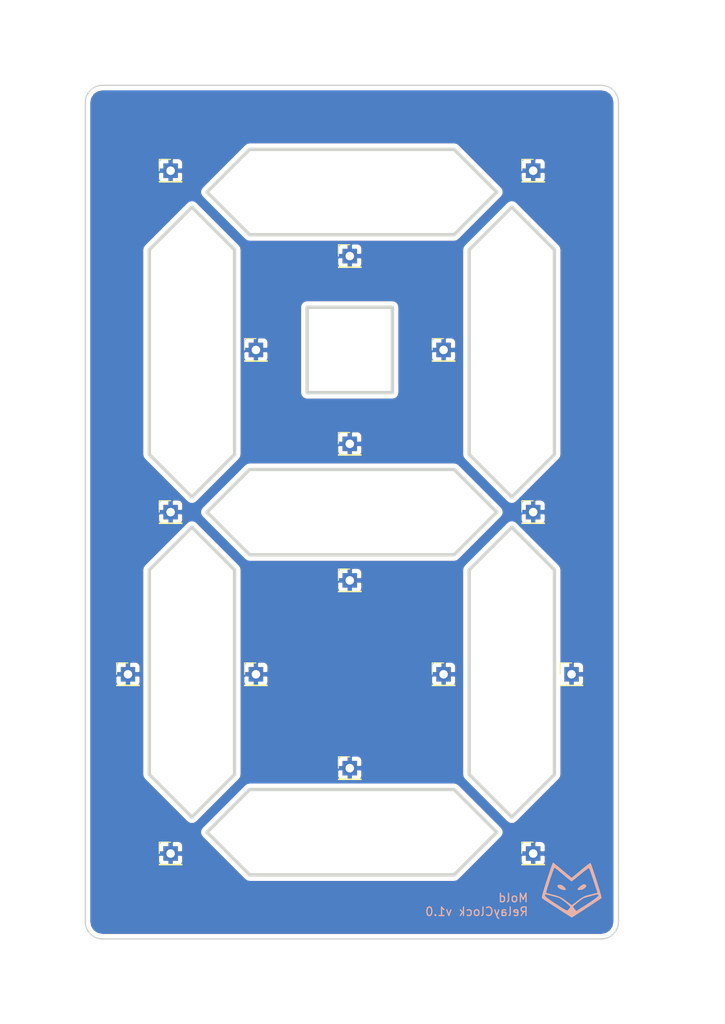
<source format=kicad_pcb>
(kicad_pcb (version 4) (host pcbnew 4.0.4+e1-6308~48~ubuntu16.04.1-stable)

  (general
    (links 15)
    (no_connects 0)
    (area 90 45 175.000001 165.000001)
    (thickness 1.6)
    (drawings 55)
    (tracks 0)
    (zones 0)
    (modules 17)
    (nets 2)
  )

  (page A4)
  (layers
    (0 F.Cu signal)
    (31 B.Cu signal)
    (32 B.Adhes user)
    (33 F.Adhes user)
    (34 B.Paste user)
    (35 F.Paste user)
    (36 B.SilkS user)
    (37 F.SilkS user)
    (38 B.Mask user)
    (39 F.Mask user)
    (40 Dwgs.User user)
    (41 Cmts.User user)
    (42 Eco1.User user)
    (43 Eco2.User user)
    (44 Edge.Cuts user)
    (45 Margin user)
    (46 B.CrtYd user)
    (47 F.CrtYd user)
    (48 B.Fab user)
    (49 F.Fab user)
  )

  (setup
    (last_trace_width 0.2)
    (trace_clearance 0.2)
    (zone_clearance 0.508)
    (zone_45_only no)
    (trace_min 0.2)
    (segment_width 0.4)
    (edge_width 0.4)
    (via_size 0.6)
    (via_drill 0.4)
    (via_min_size 0.4)
    (via_min_drill 0.3)
    (uvia_size 0.3)
    (uvia_drill 0.1)
    (uvias_allowed no)
    (uvia_min_size 0.2)
    (uvia_min_drill 0.1)
    (pcb_text_width 0.3)
    (pcb_text_size 1.5 1.5)
    (mod_edge_width 0.15)
    (mod_text_size 1 1)
    (mod_text_width 0.15)
    (pad_size 1.524 1.524)
    (pad_drill 0.762)
    (pad_to_mask_clearance 0.2)
    (aux_axis_origin 0 0)
    (visible_elements FFFFFF7F)
    (pcbplotparams
      (layerselection 0x010f0_80000001)
      (usegerberextensions false)
      (excludeedgelayer true)
      (linewidth 0.100000)
      (plotframeref false)
      (viasonmask false)
      (mode 1)
      (useauxorigin false)
      (hpglpennumber 1)
      (hpglpenspeed 20)
      (hpglpendiameter 15)
      (hpglpenoverlay 2)
      (psnegative false)
      (psa4output false)
      (plotreference true)
      (plotvalue true)
      (plotinvisibletext false)
      (padsonsilk false)
      (subtractmaskfromsilk false)
      (outputformat 1)
      (mirror false)
      (drillshape 0)
      (scaleselection 1)
      (outputdirectory Gerber/))
  )

  (net 0 "")
  (net 1 GND)

  (net_class Default "This is the default net class."
    (clearance 0.2)
    (trace_width 0.2)
    (via_dia 0.6)
    (via_drill 0.4)
    (uvia_dia 0.3)
    (uvia_drill 0.1)
  )

  (net_class Double ""
    (clearance 0.2)
    (trace_width 0.4)
    (via_dia 0.6)
    (via_drill 0.4)
    (uvia_dia 0.3)
    (uvia_drill 0.1)
  )

  (net_class Tripple ""
    (clearance 0.2)
    (trace_width 0.6)
    (via_dia 0.6)
    (via_drill 0.4)
    (uvia_dia 0.3)
    (uvia_drill 0.1)
    (add_net GND)
  )

  (module Connector_PinHeader_2.54mm:PinHeader_1x01_P2.54mm_Vertical (layer F.Cu) (tedit 5A6DB121) (tstamp 5A89FC90)
    (at 110 145)
    (descr "Through hole straight pin header, 1x01, 2.54mm pitch, single row")
    (tags "Through hole pin header THT 1x01 2.54mm single row")
    (path /5A6DD3C3)
    (fp_text reference J1 (at 0 -2.33) (layer F.SilkS) hide
      (effects (font (size 1 1) (thickness 0.15)))
    )
    (fp_text value Conn_01x01 (at 0 2.33) (layer F.Fab)
      (effects (font (size 1 1) (thickness 0.15)))
    )
    (fp_line (start -0.635 -1.27) (end 1.27 -1.27) (layer F.Fab) (width 0.1))
    (fp_line (start 1.27 -1.27) (end 1.27 1.27) (layer F.Fab) (width 0.1))
    (fp_line (start 1.27 1.27) (end -1.27 1.27) (layer F.Fab) (width 0.1))
    (fp_line (start -1.27 1.27) (end -1.27 -0.635) (layer F.Fab) (width 0.1))
    (fp_line (start -1.27 -0.635) (end -0.635 -1.27) (layer F.Fab) (width 0.1))
    (fp_line (start -1.33 1.33) (end 1.33 1.33) (layer F.SilkS) (width 0.12))
    (fp_line (start -1.33 1.27) (end -1.33 1.33) (layer F.SilkS) (width 0.12))
    (fp_line (start 1.33 1.27) (end 1.33 1.33) (layer F.SilkS) (width 0.12))
    (fp_line (start -1.33 1.27) (end 1.33 1.27) (layer F.SilkS) (width 0.12))
    (fp_line (start -1.33 0) (end -1.33 -1.33) (layer F.SilkS) (width 0.12))
    (fp_line (start -1.33 -1.33) (end 0 -1.33) (layer F.SilkS) (width 0.12))
    (fp_line (start -1.8 -1.8) (end -1.8 1.8) (layer F.CrtYd) (width 0.05))
    (fp_line (start -1.8 1.8) (end 1.8 1.8) (layer F.CrtYd) (width 0.05))
    (fp_line (start 1.8 1.8) (end 1.8 -1.8) (layer F.CrtYd) (width 0.05))
    (fp_line (start 1.8 -1.8) (end -1.8 -1.8) (layer F.CrtYd) (width 0.05))
    (fp_text user %R (at 0 0 90) (layer F.Fab)
      (effects (font (size 1 1) (thickness 0.15)))
    )
    (pad 1 thru_hole rect (at 0 0) (size 1.7 1.7) (drill 1) (layers *.Cu *.Mask)
      (net 1 GND))
    (model ${KISYS3DMOD}/Connector_PinHeader_2.54mm.3dshapes/PinHeader_1x01_P2.54mm_Vertical.wrl
      (at (xyz 0 0 0))
      (scale (xyz 1 1 1))
      (rotate (xyz 0 0 0))
    )
  )

  (module Connector_PinHeader_2.54mm:PinHeader_1x01_P2.54mm_Vertical (layer F.Cu) (tedit 5A6DB101) (tstamp 5A89FCA5)
    (at 110 65)
    (descr "Through hole straight pin header, 1x01, 2.54mm pitch, single row")
    (tags "Through hole pin header THT 1x01 2.54mm single row")
    (path /5A6DD43B)
    (fp_text reference J2 (at 0 -2.33) (layer F.SilkS) hide
      (effects (font (size 1 1) (thickness 0.15)))
    )
    (fp_text value Conn_01x01 (at 0 2.33) (layer F.Fab)
      (effects (font (size 1 1) (thickness 0.15)))
    )
    (fp_line (start -0.635 -1.27) (end 1.27 -1.27) (layer F.Fab) (width 0.1))
    (fp_line (start 1.27 -1.27) (end 1.27 1.27) (layer F.Fab) (width 0.1))
    (fp_line (start 1.27 1.27) (end -1.27 1.27) (layer F.Fab) (width 0.1))
    (fp_line (start -1.27 1.27) (end -1.27 -0.635) (layer F.Fab) (width 0.1))
    (fp_line (start -1.27 -0.635) (end -0.635 -1.27) (layer F.Fab) (width 0.1))
    (fp_line (start -1.33 1.33) (end 1.33 1.33) (layer F.SilkS) (width 0.12))
    (fp_line (start -1.33 1.27) (end -1.33 1.33) (layer F.SilkS) (width 0.12))
    (fp_line (start 1.33 1.27) (end 1.33 1.33) (layer F.SilkS) (width 0.12))
    (fp_line (start -1.33 1.27) (end 1.33 1.27) (layer F.SilkS) (width 0.12))
    (fp_line (start -1.33 0) (end -1.33 -1.33) (layer F.SilkS) (width 0.12))
    (fp_line (start -1.33 -1.33) (end 0 -1.33) (layer F.SilkS) (width 0.12))
    (fp_line (start -1.8 -1.8) (end -1.8 1.8) (layer F.CrtYd) (width 0.05))
    (fp_line (start -1.8 1.8) (end 1.8 1.8) (layer F.CrtYd) (width 0.05))
    (fp_line (start 1.8 1.8) (end 1.8 -1.8) (layer F.CrtYd) (width 0.05))
    (fp_line (start 1.8 -1.8) (end -1.8 -1.8) (layer F.CrtYd) (width 0.05))
    (fp_text user %R (at 0 0 90) (layer F.Fab)
      (effects (font (size 1 1) (thickness 0.15)))
    )
    (pad 1 thru_hole rect (at 0 0) (size 1.7 1.7) (drill 1) (layers *.Cu *.Mask)
      (net 1 GND))
    (model ${KISYS3DMOD}/Connector_PinHeader_2.54mm.3dshapes/PinHeader_1x01_P2.54mm_Vertical.wrl
      (at (xyz 0 0 0))
      (scale (xyz 1 1 1))
      (rotate (xyz 0 0 0))
    )
  )

  (module Connector_PinHeader_2.54mm:PinHeader_1x01_P2.54mm_Vertical (layer F.Cu) (tedit 5A6DB123) (tstamp 5A89FCBA)
    (at 152.5 145)
    (descr "Through hole straight pin header, 1x01, 2.54mm pitch, single row")
    (tags "Through hole pin header THT 1x01 2.54mm single row")
    (path /5A6DD46D)
    (fp_text reference J3 (at 0 -2.33) (layer F.SilkS) hide
      (effects (font (size 1 1) (thickness 0.15)))
    )
    (fp_text value Conn_01x01 (at 0 2.33) (layer F.Fab)
      (effects (font (size 1 1) (thickness 0.15)))
    )
    (fp_line (start -0.635 -1.27) (end 1.27 -1.27) (layer F.Fab) (width 0.1))
    (fp_line (start 1.27 -1.27) (end 1.27 1.27) (layer F.Fab) (width 0.1))
    (fp_line (start 1.27 1.27) (end -1.27 1.27) (layer F.Fab) (width 0.1))
    (fp_line (start -1.27 1.27) (end -1.27 -0.635) (layer F.Fab) (width 0.1))
    (fp_line (start -1.27 -0.635) (end -0.635 -1.27) (layer F.Fab) (width 0.1))
    (fp_line (start -1.33 1.33) (end 1.33 1.33) (layer F.SilkS) (width 0.12))
    (fp_line (start -1.33 1.27) (end -1.33 1.33) (layer F.SilkS) (width 0.12))
    (fp_line (start 1.33 1.27) (end 1.33 1.33) (layer F.SilkS) (width 0.12))
    (fp_line (start -1.33 1.27) (end 1.33 1.27) (layer F.SilkS) (width 0.12))
    (fp_line (start -1.33 0) (end -1.33 -1.33) (layer F.SilkS) (width 0.12))
    (fp_line (start -1.33 -1.33) (end 0 -1.33) (layer F.SilkS) (width 0.12))
    (fp_line (start -1.8 -1.8) (end -1.8 1.8) (layer F.CrtYd) (width 0.05))
    (fp_line (start -1.8 1.8) (end 1.8 1.8) (layer F.CrtYd) (width 0.05))
    (fp_line (start 1.8 1.8) (end 1.8 -1.8) (layer F.CrtYd) (width 0.05))
    (fp_line (start 1.8 -1.8) (end -1.8 -1.8) (layer F.CrtYd) (width 0.05))
    (fp_text user %R (at 0 0 90) (layer F.Fab)
      (effects (font (size 1 1) (thickness 0.15)))
    )
    (pad 1 thru_hole rect (at 0 0) (size 1.7 1.7) (drill 1) (layers *.Cu *.Mask)
      (net 1 GND))
    (model ${KISYS3DMOD}/Connector_PinHeader_2.54mm.3dshapes/PinHeader_1x01_P2.54mm_Vertical.wrl
      (at (xyz 0 0 0))
      (scale (xyz 1 1 1))
      (rotate (xyz 0 0 0))
    )
  )

  (module Connector_PinHeader_2.54mm:PinHeader_1x01_P2.54mm_Vertical (layer F.Cu) (tedit 5A6DB11B) (tstamp 5A89FCCF)
    (at 120 124)
    (descr "Through hole straight pin header, 1x01, 2.54mm pitch, single row")
    (tags "Through hole pin header THT 1x01 2.54mm single row")
    (path /5A6DD499)
    (fp_text reference J4 (at 0 -2.33) (layer F.SilkS) hide
      (effects (font (size 1 1) (thickness 0.15)))
    )
    (fp_text value Conn_01x01 (at 0 2.33) (layer F.Fab)
      (effects (font (size 1 1) (thickness 0.15)))
    )
    (fp_line (start -0.635 -1.27) (end 1.27 -1.27) (layer F.Fab) (width 0.1))
    (fp_line (start 1.27 -1.27) (end 1.27 1.27) (layer F.Fab) (width 0.1))
    (fp_line (start 1.27 1.27) (end -1.27 1.27) (layer F.Fab) (width 0.1))
    (fp_line (start -1.27 1.27) (end -1.27 -0.635) (layer F.Fab) (width 0.1))
    (fp_line (start -1.27 -0.635) (end -0.635 -1.27) (layer F.Fab) (width 0.1))
    (fp_line (start -1.33 1.33) (end 1.33 1.33) (layer F.SilkS) (width 0.12))
    (fp_line (start -1.33 1.27) (end -1.33 1.33) (layer F.SilkS) (width 0.12))
    (fp_line (start 1.33 1.27) (end 1.33 1.33) (layer F.SilkS) (width 0.12))
    (fp_line (start -1.33 1.27) (end 1.33 1.27) (layer F.SilkS) (width 0.12))
    (fp_line (start -1.33 0) (end -1.33 -1.33) (layer F.SilkS) (width 0.12))
    (fp_line (start -1.33 -1.33) (end 0 -1.33) (layer F.SilkS) (width 0.12))
    (fp_line (start -1.8 -1.8) (end -1.8 1.8) (layer F.CrtYd) (width 0.05))
    (fp_line (start -1.8 1.8) (end 1.8 1.8) (layer F.CrtYd) (width 0.05))
    (fp_line (start 1.8 1.8) (end 1.8 -1.8) (layer F.CrtYd) (width 0.05))
    (fp_line (start 1.8 -1.8) (end -1.8 -1.8) (layer F.CrtYd) (width 0.05))
    (fp_text user %R (at 0 0 90) (layer F.Fab)
      (effects (font (size 1 1) (thickness 0.15)))
    )
    (pad 1 thru_hole rect (at 0 0) (size 1.7 1.7) (drill 1) (layers *.Cu *.Mask)
      (net 1 GND))
    (model ${KISYS3DMOD}/Connector_PinHeader_2.54mm.3dshapes/PinHeader_1x01_P2.54mm_Vertical.wrl
      (at (xyz 0 0 0))
      (scale (xyz 1 1 1))
      (rotate (xyz 0 0 0))
    )
  )

  (module Connector_PinHeader_2.54mm:PinHeader_1x01_P2.54mm_Vertical (layer F.Cu) (tedit 5A6DB116) (tstamp 5A89FCE4)
    (at 110 105)
    (descr "Through hole straight pin header, 1x01, 2.54mm pitch, single row")
    (tags "Through hole pin header THT 1x01 2.54mm single row")
    (path /5A6DD738)
    (fp_text reference J5 (at 0 -2.33) (layer F.SilkS) hide
      (effects (font (size 1 1) (thickness 0.15)))
    )
    (fp_text value Conn_01x01 (at 0 2.33) (layer F.Fab)
      (effects (font (size 1 1) (thickness 0.15)))
    )
    (fp_line (start -0.635 -1.27) (end 1.27 -1.27) (layer F.Fab) (width 0.1))
    (fp_line (start 1.27 -1.27) (end 1.27 1.27) (layer F.Fab) (width 0.1))
    (fp_line (start 1.27 1.27) (end -1.27 1.27) (layer F.Fab) (width 0.1))
    (fp_line (start -1.27 1.27) (end -1.27 -0.635) (layer F.Fab) (width 0.1))
    (fp_line (start -1.27 -0.635) (end -0.635 -1.27) (layer F.Fab) (width 0.1))
    (fp_line (start -1.33 1.33) (end 1.33 1.33) (layer F.SilkS) (width 0.12))
    (fp_line (start -1.33 1.27) (end -1.33 1.33) (layer F.SilkS) (width 0.12))
    (fp_line (start 1.33 1.27) (end 1.33 1.33) (layer F.SilkS) (width 0.12))
    (fp_line (start -1.33 1.27) (end 1.33 1.27) (layer F.SilkS) (width 0.12))
    (fp_line (start -1.33 0) (end -1.33 -1.33) (layer F.SilkS) (width 0.12))
    (fp_line (start -1.33 -1.33) (end 0 -1.33) (layer F.SilkS) (width 0.12))
    (fp_line (start -1.8 -1.8) (end -1.8 1.8) (layer F.CrtYd) (width 0.05))
    (fp_line (start -1.8 1.8) (end 1.8 1.8) (layer F.CrtYd) (width 0.05))
    (fp_line (start 1.8 1.8) (end 1.8 -1.8) (layer F.CrtYd) (width 0.05))
    (fp_line (start 1.8 -1.8) (end -1.8 -1.8) (layer F.CrtYd) (width 0.05))
    (fp_text user %R (at 0 0 90) (layer F.Fab)
      (effects (font (size 1 1) (thickness 0.15)))
    )
    (pad 1 thru_hole rect (at 0 0) (size 1.7 1.7) (drill 1) (layers *.Cu *.Mask)
      (net 1 GND))
    (model ${KISYS3DMOD}/Connector_PinHeader_2.54mm.3dshapes/PinHeader_1x01_P2.54mm_Vertical.wrl
      (at (xyz 0 0 0))
      (scale (xyz 1 1 1))
      (rotate (xyz 0 0 0))
    )
  )

  (module Connector_PinHeader_2.54mm:PinHeader_1x01_P2.54mm_Vertical (layer F.Cu) (tedit 5A6DB10D) (tstamp 5A89FCF9)
    (at 152.5 105)
    (descr "Through hole straight pin header, 1x01, 2.54mm pitch, single row")
    (tags "Through hole pin header THT 1x01 2.54mm single row")
    (path /5A6DD73E)
    (fp_text reference J6 (at 0 -2.33) (layer F.SilkS) hide
      (effects (font (size 1 1) (thickness 0.15)))
    )
    (fp_text value Conn_01x01 (at 0 2.33) (layer F.Fab)
      (effects (font (size 1 1) (thickness 0.15)))
    )
    (fp_line (start -0.635 -1.27) (end 1.27 -1.27) (layer F.Fab) (width 0.1))
    (fp_line (start 1.27 -1.27) (end 1.27 1.27) (layer F.Fab) (width 0.1))
    (fp_line (start 1.27 1.27) (end -1.27 1.27) (layer F.Fab) (width 0.1))
    (fp_line (start -1.27 1.27) (end -1.27 -0.635) (layer F.Fab) (width 0.1))
    (fp_line (start -1.27 -0.635) (end -0.635 -1.27) (layer F.Fab) (width 0.1))
    (fp_line (start -1.33 1.33) (end 1.33 1.33) (layer F.SilkS) (width 0.12))
    (fp_line (start -1.33 1.27) (end -1.33 1.33) (layer F.SilkS) (width 0.12))
    (fp_line (start 1.33 1.27) (end 1.33 1.33) (layer F.SilkS) (width 0.12))
    (fp_line (start -1.33 1.27) (end 1.33 1.27) (layer F.SilkS) (width 0.12))
    (fp_line (start -1.33 0) (end -1.33 -1.33) (layer F.SilkS) (width 0.12))
    (fp_line (start -1.33 -1.33) (end 0 -1.33) (layer F.SilkS) (width 0.12))
    (fp_line (start -1.8 -1.8) (end -1.8 1.8) (layer F.CrtYd) (width 0.05))
    (fp_line (start -1.8 1.8) (end 1.8 1.8) (layer F.CrtYd) (width 0.05))
    (fp_line (start 1.8 1.8) (end 1.8 -1.8) (layer F.CrtYd) (width 0.05))
    (fp_line (start 1.8 -1.8) (end -1.8 -1.8) (layer F.CrtYd) (width 0.05))
    (fp_text user %R (at 0 0 90) (layer F.Fab)
      (effects (font (size 1 1) (thickness 0.15)))
    )
    (pad 1 thru_hole rect (at 0 0) (size 1.7 1.7) (drill 1) (layers *.Cu *.Mask)
      (net 1 GND))
    (model ${KISYS3DMOD}/Connector_PinHeader_2.54mm.3dshapes/PinHeader_1x01_P2.54mm_Vertical.wrl
      (at (xyz 0 0 0))
      (scale (xyz 1 1 1))
      (rotate (xyz 0 0 0))
    )
  )

  (module Connector_PinHeader_2.54mm:PinHeader_1x01_P2.54mm_Vertical (layer F.Cu) (tedit 5A6DB111) (tstamp 5A89FD0E)
    (at 142 86)
    (descr "Through hole straight pin header, 1x01, 2.54mm pitch, single row")
    (tags "Through hole pin header THT 1x01 2.54mm single row")
    (path /5A6DD744)
    (fp_text reference J7 (at 0 -2.33) (layer F.SilkS) hide
      (effects (font (size 1 1) (thickness 0.15)))
    )
    (fp_text value Conn_01x01 (at 0 2.33) (layer F.Fab)
      (effects (font (size 1 1) (thickness 0.15)))
    )
    (fp_line (start -0.635 -1.27) (end 1.27 -1.27) (layer F.Fab) (width 0.1))
    (fp_line (start 1.27 -1.27) (end 1.27 1.27) (layer F.Fab) (width 0.1))
    (fp_line (start 1.27 1.27) (end -1.27 1.27) (layer F.Fab) (width 0.1))
    (fp_line (start -1.27 1.27) (end -1.27 -0.635) (layer F.Fab) (width 0.1))
    (fp_line (start -1.27 -0.635) (end -0.635 -1.27) (layer F.Fab) (width 0.1))
    (fp_line (start -1.33 1.33) (end 1.33 1.33) (layer F.SilkS) (width 0.12))
    (fp_line (start -1.33 1.27) (end -1.33 1.33) (layer F.SilkS) (width 0.12))
    (fp_line (start 1.33 1.27) (end 1.33 1.33) (layer F.SilkS) (width 0.12))
    (fp_line (start -1.33 1.27) (end 1.33 1.27) (layer F.SilkS) (width 0.12))
    (fp_line (start -1.33 0) (end -1.33 -1.33) (layer F.SilkS) (width 0.12))
    (fp_line (start -1.33 -1.33) (end 0 -1.33) (layer F.SilkS) (width 0.12))
    (fp_line (start -1.8 -1.8) (end -1.8 1.8) (layer F.CrtYd) (width 0.05))
    (fp_line (start -1.8 1.8) (end 1.8 1.8) (layer F.CrtYd) (width 0.05))
    (fp_line (start 1.8 1.8) (end 1.8 -1.8) (layer F.CrtYd) (width 0.05))
    (fp_line (start 1.8 -1.8) (end -1.8 -1.8) (layer F.CrtYd) (width 0.05))
    (fp_text user %R (at 0 0 90) (layer F.Fab)
      (effects (font (size 1 1) (thickness 0.15)))
    )
    (pad 1 thru_hole rect (at 0 0) (size 1.7 1.7) (drill 1) (layers *.Cu *.Mask)
      (net 1 GND))
    (model ${KISYS3DMOD}/Connector_PinHeader_2.54mm.3dshapes/PinHeader_1x01_P2.54mm_Vertical.wrl
      (at (xyz 0 0 0))
      (scale (xyz 1 1 1))
      (rotate (xyz 0 0 0))
    )
  )

  (module Connector_PinHeader_2.54mm:PinHeader_1x01_P2.54mm_Vertical (layer F.Cu) (tedit 5A6DB11E) (tstamp 5A89FD23)
    (at 142 124)
    (descr "Through hole straight pin header, 1x01, 2.54mm pitch, single row")
    (tags "Through hole pin header THT 1x01 2.54mm single row")
    (path /5A6DD74A)
    (fp_text reference J8 (at 0 -2.33) (layer F.SilkS) hide
      (effects (font (size 1 1) (thickness 0.15)))
    )
    (fp_text value Conn_01x01 (at 0 2.33) (layer F.Fab)
      (effects (font (size 1 1) (thickness 0.15)))
    )
    (fp_line (start -0.635 -1.27) (end 1.27 -1.27) (layer F.Fab) (width 0.1))
    (fp_line (start 1.27 -1.27) (end 1.27 1.27) (layer F.Fab) (width 0.1))
    (fp_line (start 1.27 1.27) (end -1.27 1.27) (layer F.Fab) (width 0.1))
    (fp_line (start -1.27 1.27) (end -1.27 -0.635) (layer F.Fab) (width 0.1))
    (fp_line (start -1.27 -0.635) (end -0.635 -1.27) (layer F.Fab) (width 0.1))
    (fp_line (start -1.33 1.33) (end 1.33 1.33) (layer F.SilkS) (width 0.12))
    (fp_line (start -1.33 1.27) (end -1.33 1.33) (layer F.SilkS) (width 0.12))
    (fp_line (start 1.33 1.27) (end 1.33 1.33) (layer F.SilkS) (width 0.12))
    (fp_line (start -1.33 1.27) (end 1.33 1.27) (layer F.SilkS) (width 0.12))
    (fp_line (start -1.33 0) (end -1.33 -1.33) (layer F.SilkS) (width 0.12))
    (fp_line (start -1.33 -1.33) (end 0 -1.33) (layer F.SilkS) (width 0.12))
    (fp_line (start -1.8 -1.8) (end -1.8 1.8) (layer F.CrtYd) (width 0.05))
    (fp_line (start -1.8 1.8) (end 1.8 1.8) (layer F.CrtYd) (width 0.05))
    (fp_line (start 1.8 1.8) (end 1.8 -1.8) (layer F.CrtYd) (width 0.05))
    (fp_line (start 1.8 -1.8) (end -1.8 -1.8) (layer F.CrtYd) (width 0.05))
    (fp_text user %R (at 0 0 90) (layer F.Fab)
      (effects (font (size 1 1) (thickness 0.15)))
    )
    (pad 1 thru_hole rect (at 0 0) (size 1.7 1.7) (drill 1) (layers *.Cu *.Mask)
      (net 1 GND))
    (model ${KISYS3DMOD}/Connector_PinHeader_2.54mm.3dshapes/PinHeader_1x01_P2.54mm_Vertical.wrl
      (at (xyz 0 0 0))
      (scale (xyz 1 1 1))
      (rotate (xyz 0 0 0))
    )
  )

  (module Connector_PinHeader_2.54mm:PinHeader_1x01_P2.54mm_Vertical (layer F.Cu) (tedit 5A6DB107) (tstamp 5A89FD38)
    (at 152.5 65)
    (descr "Through hole straight pin header, 1x01, 2.54mm pitch, single row")
    (tags "Through hole pin header THT 1x01 2.54mm single row")
    (path /5A6DD916)
    (fp_text reference J9 (at 0 -2.33) (layer F.SilkS) hide
      (effects (font (size 1 1) (thickness 0.15)))
    )
    (fp_text value Conn_01x01 (at 0 2.33) (layer F.Fab)
      (effects (font (size 1 1) (thickness 0.15)))
    )
    (fp_line (start -0.635 -1.27) (end 1.27 -1.27) (layer F.Fab) (width 0.1))
    (fp_line (start 1.27 -1.27) (end 1.27 1.27) (layer F.Fab) (width 0.1))
    (fp_line (start 1.27 1.27) (end -1.27 1.27) (layer F.Fab) (width 0.1))
    (fp_line (start -1.27 1.27) (end -1.27 -0.635) (layer F.Fab) (width 0.1))
    (fp_line (start -1.27 -0.635) (end -0.635 -1.27) (layer F.Fab) (width 0.1))
    (fp_line (start -1.33 1.33) (end 1.33 1.33) (layer F.SilkS) (width 0.12))
    (fp_line (start -1.33 1.27) (end -1.33 1.33) (layer F.SilkS) (width 0.12))
    (fp_line (start 1.33 1.27) (end 1.33 1.33) (layer F.SilkS) (width 0.12))
    (fp_line (start -1.33 1.27) (end 1.33 1.27) (layer F.SilkS) (width 0.12))
    (fp_line (start -1.33 0) (end -1.33 -1.33) (layer F.SilkS) (width 0.12))
    (fp_line (start -1.33 -1.33) (end 0 -1.33) (layer F.SilkS) (width 0.12))
    (fp_line (start -1.8 -1.8) (end -1.8 1.8) (layer F.CrtYd) (width 0.05))
    (fp_line (start -1.8 1.8) (end 1.8 1.8) (layer F.CrtYd) (width 0.05))
    (fp_line (start 1.8 1.8) (end 1.8 -1.8) (layer F.CrtYd) (width 0.05))
    (fp_line (start 1.8 -1.8) (end -1.8 -1.8) (layer F.CrtYd) (width 0.05))
    (fp_text user %R (at 0 0 90) (layer F.Fab)
      (effects (font (size 1 1) (thickness 0.15)))
    )
    (pad 1 thru_hole rect (at 0 0) (size 1.7 1.7) (drill 1) (layers *.Cu *.Mask)
      (net 1 GND))
    (model ${KISYS3DMOD}/Connector_PinHeader_2.54mm.3dshapes/PinHeader_1x01_P2.54mm_Vertical.wrl
      (at (xyz 0 0 0))
      (scale (xyz 1 1 1))
      (rotate (xyz 0 0 0))
    )
  )

  (module Connector_PinHeader_2.54mm:PinHeader_1x01_P2.54mm_Vertical (layer F.Cu) (tedit 5A6DB10A) (tstamp 5A89FD4D)
    (at 131 113)
    (descr "Through hole straight pin header, 1x01, 2.54mm pitch, single row")
    (tags "Through hole pin header THT 1x01 2.54mm single row")
    (path /5A6DD91C)
    (fp_text reference J10 (at 0 -2.33) (layer F.SilkS) hide
      (effects (font (size 1 1) (thickness 0.15)))
    )
    (fp_text value Conn_01x01 (at 0 2.33) (layer F.Fab)
      (effects (font (size 1 1) (thickness 0.15)))
    )
    (fp_line (start -0.635 -1.27) (end 1.27 -1.27) (layer F.Fab) (width 0.1))
    (fp_line (start 1.27 -1.27) (end 1.27 1.27) (layer F.Fab) (width 0.1))
    (fp_line (start 1.27 1.27) (end -1.27 1.27) (layer F.Fab) (width 0.1))
    (fp_line (start -1.27 1.27) (end -1.27 -0.635) (layer F.Fab) (width 0.1))
    (fp_line (start -1.27 -0.635) (end -0.635 -1.27) (layer F.Fab) (width 0.1))
    (fp_line (start -1.33 1.33) (end 1.33 1.33) (layer F.SilkS) (width 0.12))
    (fp_line (start -1.33 1.27) (end -1.33 1.33) (layer F.SilkS) (width 0.12))
    (fp_line (start 1.33 1.27) (end 1.33 1.33) (layer F.SilkS) (width 0.12))
    (fp_line (start -1.33 1.27) (end 1.33 1.27) (layer F.SilkS) (width 0.12))
    (fp_line (start -1.33 0) (end -1.33 -1.33) (layer F.SilkS) (width 0.12))
    (fp_line (start -1.33 -1.33) (end 0 -1.33) (layer F.SilkS) (width 0.12))
    (fp_line (start -1.8 -1.8) (end -1.8 1.8) (layer F.CrtYd) (width 0.05))
    (fp_line (start -1.8 1.8) (end 1.8 1.8) (layer F.CrtYd) (width 0.05))
    (fp_line (start 1.8 1.8) (end 1.8 -1.8) (layer F.CrtYd) (width 0.05))
    (fp_line (start 1.8 -1.8) (end -1.8 -1.8) (layer F.CrtYd) (width 0.05))
    (fp_text user %R (at 0.5 0 90) (layer F.Fab)
      (effects (font (size 1 1) (thickness 0.15)))
    )
    (pad 1 thru_hole rect (at 0 0) (size 1.7 1.7) (drill 1) (layers *.Cu *.Mask)
      (net 1 GND))
    (model ${KISYS3DMOD}/Connector_PinHeader_2.54mm.3dshapes/PinHeader_1x01_P2.54mm_Vertical.wrl
      (at (xyz 0 0 0))
      (scale (xyz 1 1 1))
      (rotate (xyz 0 0 0))
    )
  )

  (module Connector_PinHeader_2.54mm:PinHeader_1x01_P2.54mm_Vertical (layer F.Cu) (tedit 5A6DB113) (tstamp 5A89FD62)
    (at 120 86)
    (descr "Through hole straight pin header, 1x01, 2.54mm pitch, single row")
    (tags "Through hole pin header THT 1x01 2.54mm single row")
    (path /5A6DD922)
    (fp_text reference J11 (at 0 -2.33) (layer F.SilkS) hide
      (effects (font (size 1 1) (thickness 0.15)))
    )
    (fp_text value Conn_01x01 (at 0 2.33) (layer F.Fab)
      (effects (font (size 1 1) (thickness 0.15)))
    )
    (fp_line (start -0.635 -1.27) (end 1.27 -1.27) (layer F.Fab) (width 0.1))
    (fp_line (start 1.27 -1.27) (end 1.27 1.27) (layer F.Fab) (width 0.1))
    (fp_line (start 1.27 1.27) (end -1.27 1.27) (layer F.Fab) (width 0.1))
    (fp_line (start -1.27 1.27) (end -1.27 -0.635) (layer F.Fab) (width 0.1))
    (fp_line (start -1.27 -0.635) (end -0.635 -1.27) (layer F.Fab) (width 0.1))
    (fp_line (start -1.33 1.33) (end 1.33 1.33) (layer F.SilkS) (width 0.12))
    (fp_line (start -1.33 1.27) (end -1.33 1.33) (layer F.SilkS) (width 0.12))
    (fp_line (start 1.33 1.27) (end 1.33 1.33) (layer F.SilkS) (width 0.12))
    (fp_line (start -1.33 1.27) (end 1.33 1.27) (layer F.SilkS) (width 0.12))
    (fp_line (start -1.33 0) (end -1.33 -1.33) (layer F.SilkS) (width 0.12))
    (fp_line (start -1.33 -1.33) (end 0 -1.33) (layer F.SilkS) (width 0.12))
    (fp_line (start -1.8 -1.8) (end -1.8 1.8) (layer F.CrtYd) (width 0.05))
    (fp_line (start -1.8 1.8) (end 1.8 1.8) (layer F.CrtYd) (width 0.05))
    (fp_line (start 1.8 1.8) (end 1.8 -1.8) (layer F.CrtYd) (width 0.05))
    (fp_line (start 1.8 -1.8) (end -1.8 -1.8) (layer F.CrtYd) (width 0.05))
    (fp_text user %R (at 0 0 90) (layer F.Fab)
      (effects (font (size 1 1) (thickness 0.15)))
    )
    (pad 1 thru_hole rect (at 0 0) (size 1.7 1.7) (drill 1) (layers *.Cu *.Mask)
      (net 1 GND))
    (model ${KISYS3DMOD}/Connector_PinHeader_2.54mm.3dshapes/PinHeader_1x01_P2.54mm_Vertical.wrl
      (at (xyz 0 0 0))
      (scale (xyz 1 1 1))
      (rotate (xyz 0 0 0))
    )
  )

  (module Connector_PinHeader_2.54mm:PinHeader_1x01_P2.54mm_Vertical (layer F.Cu) (tedit 5A6DB104) (tstamp 5A89FD77)
    (at 131 75)
    (descr "Through hole straight pin header, 1x01, 2.54mm pitch, single row")
    (tags "Through hole pin header THT 1x01 2.54mm single row")
    (path /5A6DD928)
    (fp_text reference J12 (at 0 -2.33) (layer F.SilkS) hide
      (effects (font (size 1 1) (thickness 0.15)))
    )
    (fp_text value Conn_01x01 (at 0 2.33) (layer F.Fab)
      (effects (font (size 1 1) (thickness 0.15)))
    )
    (fp_line (start -0.635 -1.27) (end 1.27 -1.27) (layer F.Fab) (width 0.1))
    (fp_line (start 1.27 -1.27) (end 1.27 1.27) (layer F.Fab) (width 0.1))
    (fp_line (start 1.27 1.27) (end -1.27 1.27) (layer F.Fab) (width 0.1))
    (fp_line (start -1.27 1.27) (end -1.27 -0.635) (layer F.Fab) (width 0.1))
    (fp_line (start -1.27 -0.635) (end -0.635 -1.27) (layer F.Fab) (width 0.1))
    (fp_line (start -1.33 1.33) (end 1.33 1.33) (layer F.SilkS) (width 0.12))
    (fp_line (start -1.33 1.27) (end -1.33 1.33) (layer F.SilkS) (width 0.12))
    (fp_line (start 1.33 1.27) (end 1.33 1.33) (layer F.SilkS) (width 0.12))
    (fp_line (start -1.33 1.27) (end 1.33 1.27) (layer F.SilkS) (width 0.12))
    (fp_line (start -1.33 0) (end -1.33 -1.33) (layer F.SilkS) (width 0.12))
    (fp_line (start -1.33 -1.33) (end 0 -1.33) (layer F.SilkS) (width 0.12))
    (fp_line (start -1.8 -1.8) (end -1.8 1.8) (layer F.CrtYd) (width 0.05))
    (fp_line (start -1.8 1.8) (end 1.8 1.8) (layer F.CrtYd) (width 0.05))
    (fp_line (start 1.8 1.8) (end 1.8 -1.8) (layer F.CrtYd) (width 0.05))
    (fp_line (start 1.8 -1.8) (end -1.8 -1.8) (layer F.CrtYd) (width 0.05))
    (fp_text user %R (at 0 0 90) (layer F.Fab)
      (effects (font (size 1 1) (thickness 0.15)))
    )
    (pad 1 thru_hole rect (at 0 0) (size 1.7 1.7) (drill 1) (layers *.Cu *.Mask)
      (net 1 GND))
    (model ${KISYS3DMOD}/Connector_PinHeader_2.54mm.3dshapes/PinHeader_1x01_P2.54mm_Vertical.wrl
      (at (xyz 0 0 0))
      (scale (xyz 1 1 1))
      (rotate (xyz 0 0 0))
    )
  )

  (module Connector_PinHeader_2.54mm:PinHeader_1x01_P2.54mm_Vertical (layer F.Cu) (tedit 5A6DB19C) (tstamp 5A8A0314)
    (at 131 135)
    (descr "Through hole straight pin header, 1x01, 2.54mm pitch, single row")
    (tags "Through hole pin header THT 1x01 2.54mm single row")
    (path /5A6DDFD9)
    (fp_text reference J13 (at 0 -2.33) (layer F.SilkS) hide
      (effects (font (size 1 1) (thickness 0.15)))
    )
    (fp_text value Conn_01x01 (at 0 2.33) (layer F.Fab)
      (effects (font (size 1 1) (thickness 0.15)))
    )
    (fp_line (start -0.635 -1.27) (end 1.27 -1.27) (layer F.Fab) (width 0.1))
    (fp_line (start 1.27 -1.27) (end 1.27 1.27) (layer F.Fab) (width 0.1))
    (fp_line (start 1.27 1.27) (end -1.27 1.27) (layer F.Fab) (width 0.1))
    (fp_line (start -1.27 1.27) (end -1.27 -0.635) (layer F.Fab) (width 0.1))
    (fp_line (start -1.27 -0.635) (end -0.635 -1.27) (layer F.Fab) (width 0.1))
    (fp_line (start -1.33 1.33) (end 1.33 1.33) (layer F.SilkS) (width 0.12))
    (fp_line (start -1.33 1.27) (end -1.33 1.33) (layer F.SilkS) (width 0.12))
    (fp_line (start 1.33 1.27) (end 1.33 1.33) (layer F.SilkS) (width 0.12))
    (fp_line (start -1.33 1.27) (end 1.33 1.27) (layer F.SilkS) (width 0.12))
    (fp_line (start -1.33 0) (end -1.33 -1.33) (layer F.SilkS) (width 0.12))
    (fp_line (start -1.33 -1.33) (end 0 -1.33) (layer F.SilkS) (width 0.12))
    (fp_line (start -1.8 -1.8) (end -1.8 1.8) (layer F.CrtYd) (width 0.05))
    (fp_line (start -1.8 1.8) (end 1.8 1.8) (layer F.CrtYd) (width 0.05))
    (fp_line (start 1.8 1.8) (end 1.8 -1.8) (layer F.CrtYd) (width 0.05))
    (fp_line (start 1.8 -1.8) (end -1.8 -1.8) (layer F.CrtYd) (width 0.05))
    (fp_text user %R (at 0 0 90) (layer F.Fab)
      (effects (font (size 1 1) (thickness 0.15)))
    )
    (pad 1 thru_hole rect (at 0 0) (size 1.7 1.7) (drill 1) (layers *.Cu *.Mask)
      (net 1 GND))
    (model ${KISYS3DMOD}/Connector_PinHeader_2.54mm.3dshapes/PinHeader_1x01_P2.54mm_Vertical.wrl
      (at (xyz 0 0 0))
      (scale (xyz 1 1 1))
      (rotate (xyz 0 0 0))
    )
  )

  (module Connector_PinHeader_2.54mm:PinHeader_1x01_P2.54mm_Vertical (layer F.Cu) (tedit 5A6DB19A) (tstamp 5A8A0329)
    (at 105 124)
    (descr "Through hole straight pin header, 1x01, 2.54mm pitch, single row")
    (tags "Through hole pin header THT 1x01 2.54mm single row")
    (path /5A6DDFDF)
    (fp_text reference J14 (at 0 -2.33) (layer F.SilkS) hide
      (effects (font (size 1 1) (thickness 0.15)))
    )
    (fp_text value Conn_01x01 (at 0 2.33) (layer F.Fab)
      (effects (font (size 1 1) (thickness 0.15)))
    )
    (fp_line (start -0.635 -1.27) (end 1.27 -1.27) (layer F.Fab) (width 0.1))
    (fp_line (start 1.27 -1.27) (end 1.27 1.27) (layer F.Fab) (width 0.1))
    (fp_line (start 1.27 1.27) (end -1.27 1.27) (layer F.Fab) (width 0.1))
    (fp_line (start -1.27 1.27) (end -1.27 -0.635) (layer F.Fab) (width 0.1))
    (fp_line (start -1.27 -0.635) (end -0.635 -1.27) (layer F.Fab) (width 0.1))
    (fp_line (start -1.33 1.33) (end 1.33 1.33) (layer F.SilkS) (width 0.12))
    (fp_line (start -1.33 1.27) (end -1.33 1.33) (layer F.SilkS) (width 0.12))
    (fp_line (start 1.33 1.27) (end 1.33 1.33) (layer F.SilkS) (width 0.12))
    (fp_line (start -1.33 1.27) (end 1.33 1.27) (layer F.SilkS) (width 0.12))
    (fp_line (start -1.33 0) (end -1.33 -1.33) (layer F.SilkS) (width 0.12))
    (fp_line (start -1.33 -1.33) (end 0 -1.33) (layer F.SilkS) (width 0.12))
    (fp_line (start -1.8 -1.8) (end -1.8 1.8) (layer F.CrtYd) (width 0.05))
    (fp_line (start -1.8 1.8) (end 1.8 1.8) (layer F.CrtYd) (width 0.05))
    (fp_line (start 1.8 1.8) (end 1.8 -1.8) (layer F.CrtYd) (width 0.05))
    (fp_line (start 1.8 -1.8) (end -1.8 -1.8) (layer F.CrtYd) (width 0.05))
    (fp_text user %R (at 0 0 90) (layer F.Fab)
      (effects (font (size 1 1) (thickness 0.15)))
    )
    (pad 1 thru_hole rect (at 0 0) (size 1.7 1.7) (drill 1) (layers *.Cu *.Mask)
      (net 1 GND))
    (model ${KISYS3DMOD}/Connector_PinHeader_2.54mm.3dshapes/PinHeader_1x01_P2.54mm_Vertical.wrl
      (at (xyz 0 0 0))
      (scale (xyz 1 1 1))
      (rotate (xyz 0 0 0))
    )
  )

  (module Connector_PinHeader_2.54mm:PinHeader_1x01_P2.54mm_Vertical (layer F.Cu) (tedit 5A6DB1A0) (tstamp 5A8A033E)
    (at 157 124)
    (descr "Through hole straight pin header, 1x01, 2.54mm pitch, single row")
    (tags "Through hole pin header THT 1x01 2.54mm single row")
    (path /5A6DDFE5)
    (fp_text reference J15 (at 0 -2.33) (layer F.SilkS) hide
      (effects (font (size 1 1) (thickness 0.15)))
    )
    (fp_text value Conn_01x01 (at 0 2.33) (layer F.Fab)
      (effects (font (size 1 1) (thickness 0.15)))
    )
    (fp_line (start -0.635 -1.27) (end 1.27 -1.27) (layer F.Fab) (width 0.1))
    (fp_line (start 1.27 -1.27) (end 1.27 1.27) (layer F.Fab) (width 0.1))
    (fp_line (start 1.27 1.27) (end -1.27 1.27) (layer F.Fab) (width 0.1))
    (fp_line (start -1.27 1.27) (end -1.27 -0.635) (layer F.Fab) (width 0.1))
    (fp_line (start -1.27 -0.635) (end -0.635 -1.27) (layer F.Fab) (width 0.1))
    (fp_line (start -1.33 1.33) (end 1.33 1.33) (layer F.SilkS) (width 0.12))
    (fp_line (start -1.33 1.27) (end -1.33 1.33) (layer F.SilkS) (width 0.12))
    (fp_line (start 1.33 1.27) (end 1.33 1.33) (layer F.SilkS) (width 0.12))
    (fp_line (start -1.33 1.27) (end 1.33 1.27) (layer F.SilkS) (width 0.12))
    (fp_line (start -1.33 0) (end -1.33 -1.33) (layer F.SilkS) (width 0.12))
    (fp_line (start -1.33 -1.33) (end 0 -1.33) (layer F.SilkS) (width 0.12))
    (fp_line (start -1.8 -1.8) (end -1.8 1.8) (layer F.CrtYd) (width 0.05))
    (fp_line (start -1.8 1.8) (end 1.8 1.8) (layer F.CrtYd) (width 0.05))
    (fp_line (start 1.8 1.8) (end 1.8 -1.8) (layer F.CrtYd) (width 0.05))
    (fp_line (start 1.8 -1.8) (end -1.8 -1.8) (layer F.CrtYd) (width 0.05))
    (fp_text user %R (at 0 0 90) (layer F.Fab)
      (effects (font (size 1 1) (thickness 0.15)))
    )
    (pad 1 thru_hole rect (at 0 0) (size 1.7 1.7) (drill 1) (layers *.Cu *.Mask)
      (net 1 GND))
    (model ${KISYS3DMOD}/Connector_PinHeader_2.54mm.3dshapes/PinHeader_1x01_P2.54mm_Vertical.wrl
      (at (xyz 0 0 0))
      (scale (xyz 1 1 1))
      (rotate (xyz 0 0 0))
    )
  )

  (module Connector_PinHeader_2.54mm:PinHeader_1x01_P2.54mm_Vertical (layer F.Cu) (tedit 5A6DB1A7) (tstamp 5A8A0353)
    (at 131 97)
    (descr "Through hole straight pin header, 1x01, 2.54mm pitch, single row")
    (tags "Through hole pin header THT 1x01 2.54mm single row")
    (path /5A6DDFEB)
    (fp_text reference J16 (at 0 -2.33) (layer F.SilkS) hide
      (effects (font (size 1 1) (thickness 0.15)))
    )
    (fp_text value Conn_01x01 (at 0 2.33) (layer F.Fab)
      (effects (font (size 1 1) (thickness 0.15)))
    )
    (fp_line (start -0.635 -1.27) (end 1.27 -1.27) (layer F.Fab) (width 0.1))
    (fp_line (start 1.27 -1.27) (end 1.27 1.27) (layer F.Fab) (width 0.1))
    (fp_line (start 1.27 1.27) (end -1.27 1.27) (layer F.Fab) (width 0.1))
    (fp_line (start -1.27 1.27) (end -1.27 -0.635) (layer F.Fab) (width 0.1))
    (fp_line (start -1.27 -0.635) (end -0.635 -1.27) (layer F.Fab) (width 0.1))
    (fp_line (start -1.33 1.33) (end 1.33 1.33) (layer F.SilkS) (width 0.12))
    (fp_line (start -1.33 1.27) (end -1.33 1.33) (layer F.SilkS) (width 0.12))
    (fp_line (start 1.33 1.27) (end 1.33 1.33) (layer F.SilkS) (width 0.12))
    (fp_line (start -1.33 1.27) (end 1.33 1.27) (layer F.SilkS) (width 0.12))
    (fp_line (start -1.33 0) (end -1.33 -1.33) (layer F.SilkS) (width 0.12))
    (fp_line (start -1.33 -1.33) (end 0 -1.33) (layer F.SilkS) (width 0.12))
    (fp_line (start -1.8 -1.8) (end -1.8 1.8) (layer F.CrtYd) (width 0.05))
    (fp_line (start -1.8 1.8) (end 1.8 1.8) (layer F.CrtYd) (width 0.05))
    (fp_line (start 1.8 1.8) (end 1.8 -1.8) (layer F.CrtYd) (width 0.05))
    (fp_line (start 1.8 -1.8) (end -1.8 -1.8) (layer F.CrtYd) (width 0.05))
    (fp_text user %R (at 0 0 90) (layer F.Fab)
      (effects (font (size 1 1) (thickness 0.15)))
    )
    (pad 1 thru_hole rect (at 0 0) (size 1.7 1.7) (drill 1) (layers *.Cu *.Mask)
      (net 1 GND))
    (model ${KISYS3DMOD}/Connector_PinHeader_2.54mm.3dshapes/PinHeader_1x01_P2.54mm_Vertical.wrl
      (at (xyz 0 0 0))
      (scale (xyz 1 1 1))
      (rotate (xyz 0 0 0))
    )
  )

  (module relayclock:FOX (layer B.Cu) (tedit 5A64756B) (tstamp 5A8A0404)
    (at 156 153 180)
    (fp_text reference G*** (at 5 0 180) (layer B.SilkS) hide
      (effects (font (thickness 0.3)) (justify mirror))
    )
    (fp_text value LOGO (at -5 0 180) (layer B.SilkS) hide
      (effects (font (thickness 0.3)) (justify mirror))
    )
    (fp_poly (pts (xy 1.218233 6.864009) (xy 1.300174 6.646761) (xy 1.41872 6.311162) (xy 1.566408 5.878685)
      (xy 1.735774 5.370806) (xy 1.890521 4.897975) (xy 2.098048 4.253093) (xy 2.254996 3.750559)
      (xy 2.365917 3.372615) (xy 2.435367 3.101503) (xy 2.467899 2.919463) (xy 2.468068 2.808739)
      (xy 2.440854 2.751962) (xy 2.345287 2.682592) (xy 2.135129 2.540693) (xy 1.834191 2.341631)
      (xy 1.466281 2.100774) (xy 1.055208 1.833489) (xy 0.624784 1.555142) (xy 0.198816 1.281101)
      (xy -0.198886 1.026732) (xy -0.544511 0.807404) (xy -0.814251 0.638482) (xy -0.984297 0.535333)
      (xy -1.032215 0.510386) (xy -1.107439 0.555205) (xy -1.304642 0.679776) (xy -1.603966 0.871354)
      (xy -1.98555 1.117197) (xy -2.429536 1.404561) (xy -2.74726 1.610879) (xy -3.225761 1.92309)
      (xy -3.65818 2.207325) (xy -4.023777 2.449782) (xy -4.301809 2.636655) (xy -4.471535 2.754141)
      (xy -4.513608 2.786408) (xy -4.505828 2.88025) (xy -4.460984 3.069167) (xy -4.147682 3.069167)
      (xy -4.072901 2.959486) (xy -3.850806 2.771395) (xy -3.483377 2.506392) (xy -2.972592 2.165976)
      (xy -2.856515 2.090975) (xy -1.566333 1.26095) (xy -1.375833 1.481863) (xy -1.246896 1.650559)
      (xy -1.192969 1.754562) (xy -0.846667 1.754562) (xy -0.793278 1.632175) (xy -0.665741 1.469327)
      (xy -0.599213 1.396584) (xy -0.540039 1.348283) (xy -0.467803 1.333391) (xy -0.362087 1.360875)
      (xy -0.202473 1.439702) (xy 0.031455 1.578839) (xy 0.360116 1.787253) (xy 0.803927 2.073912)
      (xy 1.000994 2.201333) (xy 1.488313 2.526008) (xy 1.839589 2.782014) (xy 2.050195 2.965747)
      (xy 2.115763 3.069167) (xy 2.093134 3.195) (xy 2.067273 3.217333) (xy 1.944435 3.19623)
      (xy 1.705912 3.141127) (xy 1.398898 3.064334) (xy 1.070586 2.97816) (xy 0.76817 2.894914)
      (xy 0.538843 2.826907) (xy 0.445671 2.794369) (xy 0.273863 2.697365) (xy 0.038052 2.534166)
      (xy -0.22561 2.333858) (xy -0.480973 2.125529) (xy -0.691886 1.938265) (xy -0.822199 1.801153)
      (xy -0.846667 1.754562) (xy -1.192969 1.754562) (xy -1.186047 1.767911) (xy -1.185333 1.774993)
      (xy -1.246835 1.851597) (xy -1.407214 2.000357) (xy -1.630288 2.191294) (xy -1.879871 2.394429)
      (xy -2.119778 2.579782) (xy -2.313824 2.717375) (xy -2.351434 2.741104) (xy -2.481611 2.79319)
      (xy -2.728577 2.872777) (xy -3.044789 2.96651) (xy -3.382707 3.061032) (xy -3.694787 3.142987)
      (xy -3.933488 3.199017) (xy -4.042833 3.216282) (xy -4.13192 3.14773) (xy -4.147682 3.069167)
      (xy -4.460984 3.069167) (xy -4.451818 3.10778) (xy -4.37205 3.398425) (xy -4.047167 3.398425)
      (xy -3.230084 3.202078) (xy -2.830603 3.099265) (xy -2.532307 2.997221) (xy -2.273746 2.866317)
      (xy -1.993471 2.676921) (xy -1.735667 2.481463) (xy -1.449371 2.261425) (xy -1.217072 2.085827)
      (xy -1.068414 1.976906) (xy -1.030185 1.952265) (xy -0.955657 1.998451) (xy -0.778024 2.126708)
      (xy -0.527592 2.314821) (xy -0.352852 2.448833) (xy -0.023234 2.693756) (xy 0.24913 2.862899)
      (xy 0.526653 2.986272) (xy 0.871745 3.093886) (xy 1.128656 3.161211) (xy 1.479026 3.252095)
      (xy 1.761211 3.32929) (xy 1.939402 3.382766) (xy 1.982968 3.400545) (xy 1.969156 3.490783)
      (xy 1.909722 3.708765) (xy 1.814882 4.02356) (xy 1.694858 4.404239) (xy 1.559866 4.81987)
      (xy 1.420127 5.239524) (xy 1.285859 5.632268) (xy 1.16728 5.967173) (xy 1.074611 6.213308)
      (xy 1.01807 6.339743) (xy 1.008522 6.35) (xy 0.925324 6.297937) (xy 0.738238 6.154691)
      (xy 0.471603 5.939671) (xy 0.14976 5.672291) (xy 0 5.545667) (xy -0.338112 5.261702)
      (xy -0.631477 5.021723) (xy -0.855764 4.84514) (xy -0.986644 4.751364) (xy -1.008178 4.741333)
      (xy -1.091348 4.793189) (xy -1.278895 4.935937) (xy -1.54656 5.150345) (xy -1.870084 5.417185)
      (xy -2.028831 5.550427) (xy -2.368421 5.829325) (xy -2.663604 6.05733) (xy -2.890412 6.217043)
      (xy -3.024874 6.291063) (xy -3.049393 6.29126) (xy -3.094978 6.192043) (xy -3.183117 5.959217)
      (xy -3.303996 5.620203) (xy -3.447804 5.202427) (xy -3.579136 4.810713) (xy -4.047167 3.398425)
      (xy -4.37205 3.398425) (xy -4.359978 3.442409) (xy -4.238705 3.857546) (xy -4.096398 4.326599)
      (xy -3.941456 4.822979) (xy -3.782276 5.320093) (xy -3.627257 5.791353) (xy -3.484797 6.210166)
      (xy -3.363294 6.549943) (xy -3.271147 6.784092) (xy -3.219717 6.883142) (xy -3.138253 6.85395)
      (xy -2.95203 6.730073) (xy -2.683721 6.528337) (xy -2.356001 6.265565) (xy -2.108458 6.058624)
      (xy -1.753364 5.759098) (xy -1.444324 5.502391) (xy -1.203791 5.306838) (xy -1.05422 5.190773)
      (xy -1.016 5.166607) (xy -0.940322 5.218415) (xy -0.758187 5.361687) (xy -0.492118 5.578168)
      (xy -0.164638 5.849606) (xy 0.079694 6.054625) (xy 0.436259 6.352829) (xy 0.747095 6.608244)
      (xy 0.989561 6.802628) (xy 1.141015 6.917739) (xy 1.18036 6.94143) (xy 1.218233 6.864009)) (layer B.SilkS) (width 0.01))
    (fp_poly (pts (xy -2.303466 4.351022) (xy -2.104408 4.223417) (xy -1.90217 4.060844) (xy -1.748181 3.904293)
      (xy -1.693333 3.801229) (xy -1.765708 3.751119) (xy -1.939325 3.733618) (xy -2.148925 3.750499)
      (xy -2.286 3.785127) (xy -2.439572 3.874263) (xy -2.602443 4.003875) (xy -2.726356 4.151085)
      (xy -2.715385 4.265821) (xy -2.697909 4.289432) (xy -2.536901 4.387921) (xy -2.447913 4.402667)
      (xy -2.303466 4.351022)) (layer B.SilkS) (width 0.01))
    (fp_poly (pts (xy 0.57615 4.31634) (xy 0.666101 4.213897) (xy 0.610838 4.065261) (xy 0.407938 3.897249)
      (xy 0.192797 3.797971) (xy -0.036489 3.737819) (xy -0.228092 3.724351) (xy -0.330185 3.765122)
      (xy -0.335622 3.788833) (xy -0.284594 3.890602) (xy -0.162936 4.059132) (xy -0.136069 4.092532)
      (xy 0.10603 4.291332) (xy 0.344653 4.346532) (xy 0.57615 4.31634)) (layer B.SilkS) (width 0.01))
  )

  (gr_line (start 126 91) (end 126 81) (angle 90) (layer Edge.Cuts) (width 0.4))
  (gr_line (start 136 91) (end 126 91) (angle 90) (layer Edge.Cuts) (width 0.4))
  (gr_line (start 136 81) (end 136 91) (angle 90) (layer Edge.Cuts) (width 0.4))
  (gr_line (start 126 81) (end 136 81) (angle 90) (layer Edge.Cuts) (width 0.4))
  (gr_arc (start 160.5 57) (end 160.5 55) (angle 90) (layer Edge.Cuts) (width 0.15))
  (gr_arc (start 160.5 153) (end 162.5 153) (angle 90) (layer Edge.Cuts) (width 0.15))
  (gr_arc (start 102 153) (end 102 155) (angle 90) (layer Edge.Cuts) (width 0.15))
  (gr_arc (start 102 57) (end 100 57) (angle 90) (layer Edge.Cuts) (width 0.15))
  (gr_text "Mold\nRelayClock v1.0" (at 152 151) (layer B.SilkS)
    (effects (font (size 1 1) (thickness 0.15)) (justify left mirror))
  )
  (gr_line (start 112.5 106.77) (end 117.5 111.77) (angle 90) (layer Edge.Cuts) (width 0.4) (tstamp 5A5FBF7E))
  (gr_line (start 117.5 111.77) (end 117.5 135.73) (angle 90) (layer Edge.Cuts) (width 0.4) (tstamp 5A5FBF7D))
  (gr_line (start 112.5 140.73) (end 117.5 135.73) (angle 90) (layer Edge.Cuts) (width 0.4) (tstamp 5A5FBF7C))
  (gr_line (start 107.5 135.73) (end 112.5 140.73) (angle 90) (layer Edge.Cuts) (width 0.4) (tstamp 5A5FBF7B))
  (gr_line (start 107.5 111.77) (end 107.5 135.73) (angle 90) (layer Edge.Cuts) (width 0.4) (tstamp 5A5FBF7A))
  (gr_line (start 107.5 111.77) (end 112.5 106.77) (angle 90) (layer Edge.Cuts) (width 0.4) (tstamp 5A5FBF79))
  (gr_line (start 145 111.77) (end 150 106.77) (angle 90) (layer Edge.Cuts) (width 0.4) (tstamp 5A5FBF78))
  (gr_line (start 145 111.77) (end 145 135.73) (angle 90) (layer Edge.Cuts) (width 0.4) (tstamp 5A5FBF77))
  (gr_line (start 145 135.73) (end 150 140.73) (angle 90) (layer Edge.Cuts) (width 0.4) (tstamp 5A5FBF76))
  (gr_line (start 150 140.73) (end 155 135.73) (angle 90) (layer Edge.Cuts) (width 0.4) (tstamp 5A5FBF75))
  (gr_line (start 155 111.77) (end 155 135.73) (angle 90) (layer Edge.Cuts) (width 0.4) (tstamp 5A5FBF74))
  (gr_line (start 150 106.77) (end 155 111.77) (angle 90) (layer Edge.Cuts) (width 0.4) (tstamp 5A5FBF73))
  (gr_line (start 114.27 105) (end 119.27 100) (angle 90) (layer Edge.Cuts) (width 0.4) (tstamp 5A5FBF4C))
  (gr_line (start 114.27 105) (end 119.27 110) (angle 90) (layer Edge.Cuts) (width 0.4) (tstamp 5A5FBF4B))
  (gr_line (start 119.27 110) (end 143.23 110) (angle 90) (layer Edge.Cuts) (width 0.4) (tstamp 5A5FBF4A))
  (gr_line (start 143.23 110) (end 148.23 105) (angle 90) (layer Edge.Cuts) (width 0.4) (tstamp 5A5FBF49))
  (gr_line (start 143.23 100) (end 148.23 105) (angle 90) (layer Edge.Cuts) (width 0.4) (tstamp 5A5FBF48))
  (gr_line (start 119.27 100) (end 143.23 100) (angle 90) (layer Edge.Cuts) (width 0.4) (tstamp 5A5FBF47))
  (gr_line (start 150 69.27) (end 155 74.27) (angle 90) (layer Edge.Cuts) (width 0.4) (tstamp 5A5FBF17))
  (gr_line (start 155 74.27) (end 155 98.23) (angle 90) (layer Edge.Cuts) (width 0.4) (tstamp 5A5FBF16))
  (gr_line (start 150 103.23) (end 155 98.23) (angle 90) (layer Edge.Cuts) (width 0.4) (tstamp 5A5FBF15))
  (gr_line (start 145 98.23) (end 150 103.23) (angle 90) (layer Edge.Cuts) (width 0.4) (tstamp 5A5FBF14))
  (gr_line (start 145 74.27) (end 145 98.23) (angle 90) (layer Edge.Cuts) (width 0.4) (tstamp 5A5FBF13))
  (gr_line (start 145 74.27) (end 150 69.27) (angle 90) (layer Edge.Cuts) (width 0.4) (tstamp 5A5FBF12))
  (gr_line (start 107.5 74.27) (end 112.5 69.27) (angle 90) (layer Edge.Cuts) (width 0.4))
  (gr_line (start 107.5 74.27) (end 107.5 98.23) (angle 90) (layer Edge.Cuts) (width 0.4))
  (gr_line (start 107.5 98.23) (end 112.5 103.23) (angle 90) (layer Edge.Cuts) (width 0.4))
  (gr_line (start 112.5 103.23) (end 117.5 98.23) (angle 90) (layer Edge.Cuts) (width 0.4))
  (gr_line (start 117.5 74.27) (end 117.5 98.23) (angle 90) (layer Edge.Cuts) (width 0.4))
  (gr_line (start 112.5 69.27) (end 117.5 74.27) (angle 90) (layer Edge.Cuts) (width 0.4))
  (gr_line (start 119.27 137.5) (end 143.23 137.5) (angle 90) (layer Edge.Cuts) (width 0.4) (tstamp 5A5FBDC8))
  (gr_line (start 143.23 137.5) (end 148.23 142.5) (angle 90) (layer Edge.Cuts) (width 0.4) (tstamp 5A5FBDC7))
  (gr_line (start 143.23 147.5) (end 148.23 142.5) (angle 90) (layer Edge.Cuts) (width 0.4) (tstamp 5A5FBDC6))
  (gr_line (start 119.27 147.5) (end 143.23 147.5) (angle 90) (layer Edge.Cuts) (width 0.4) (tstamp 5A5FBDC5))
  (gr_line (start 114.27 142.5) (end 119.27 147.5) (angle 90) (layer Edge.Cuts) (width 0.4) (tstamp 5A5FBDC4))
  (gr_line (start 114.27 142.5) (end 119.27 137.5) (angle 90) (layer Edge.Cuts) (width 0.4) (tstamp 5A5FBDC3))
  (gr_line (start 114.27 67.5) (end 119.27 62.5) (angle 90) (layer Edge.Cuts) (width 0.4))
  (gr_line (start 114.27 67.5) (end 119.27 72.5) (angle 90) (layer Edge.Cuts) (width 0.4))
  (gr_line (start 119.27 72.5) (end 143.23 72.5) (angle 90) (layer Edge.Cuts) (width 0.4))
  (gr_line (start 143.23 72.5) (end 148.23 67.5) (angle 90) (layer Edge.Cuts) (width 0.4))
  (gr_line (start 143.23 62.5) (end 148.23 67.5) (angle 90) (layer Edge.Cuts) (width 0.4))
  (gr_line (start 119.27 62.5) (end 143.23 62.5) (angle 90) (layer Edge.Cuts) (width 0.4))
  (gr_line (start 162.5 57) (end 162.5 153) (angle 90) (layer Edge.Cuts) (width 0.15))
  (gr_line (start 102 155) (end 160.5 155) (angle 90) (layer Edge.Cuts) (width 0.15))
  (gr_line (start 100 57) (end 100 153) (angle 90) (layer Edge.Cuts) (width 0.15))
  (gr_line (start 102 55) (end 160.5 55) (angle 90) (layer Edge.Cuts) (width 0.15))

  (zone (net 1) (net_name GND) (layer F.Cu) (tstamp 5A60F115) (hatch edge 0.508)
    (connect_pads (clearance 0.508))
    (min_thickness 0.254)
    (fill yes (arc_segments 16) (thermal_gap 0.508) (thermal_bridge_width 0.508))
    (polygon
      (pts
        (xy 170 160) (xy 95 160) (xy 95 50) (xy 170 50)
      )
    )
    (filled_polygon
      (pts
        (xy 160.988338 55.821046) (xy 161.402333 56.097669) (xy 161.678953 56.51166) (xy 161.79 57.069931) (xy 161.79 152.930069)
        (xy 161.678953 153.48834) (xy 161.402333 153.902331) (xy 160.988338 154.178954) (xy 160.430069 154.29) (xy 102.069931 154.29)
        (xy 101.51166 154.178953) (xy 101.097669 153.902333) (xy 100.821046 153.488338) (xy 100.71 152.930069) (xy 100.71 145.28575)
        (xy 108.515 145.28575) (xy 108.515 145.97631) (xy 108.611673 146.209699) (xy 108.790302 146.388327) (xy 109.023691 146.485)
        (xy 109.71425 146.485) (xy 109.873 146.32625) (xy 109.873 145.127) (xy 110.127 145.127) (xy 110.127 146.32625)
        (xy 110.28575 146.485) (xy 110.976309 146.485) (xy 111.209698 146.388327) (xy 111.388327 146.209699) (xy 111.485 145.97631)
        (xy 111.485 145.28575) (xy 111.32625 145.127) (xy 110.127 145.127) (xy 109.873 145.127) (xy 108.67375 145.127)
        (xy 108.515 145.28575) (xy 100.71 145.28575) (xy 100.71 144.02369) (xy 108.515 144.02369) (xy 108.515 144.71425)
        (xy 108.67375 144.873) (xy 109.873 144.873) (xy 109.873 143.67375) (xy 110.127 143.67375) (xy 110.127 144.873)
        (xy 111.32625 144.873) (xy 111.485 144.71425) (xy 111.485 144.02369) (xy 111.388327 143.790301) (xy 111.209698 143.611673)
        (xy 110.976309 143.515) (xy 110.28575 143.515) (xy 110.127 143.67375) (xy 109.873 143.67375) (xy 109.71425 143.515)
        (xy 109.023691 143.515) (xy 108.790302 143.611673) (xy 108.611673 143.790301) (xy 108.515 144.02369) (xy 100.71 144.02369)
        (xy 100.71 142.5) (xy 113.435 142.5) (xy 113.498561 142.81954) (xy 113.679566 143.090434) (xy 118.679566 148.090434)
        (xy 118.950459 148.271439) (xy 119.27 148.335) (xy 143.23 148.335) (xy 143.549541 148.271439) (xy 143.820434 148.090434)
        (xy 146.625118 145.28575) (xy 151.015 145.28575) (xy 151.015 145.97631) (xy 151.111673 146.209699) (xy 151.290302 146.388327)
        (xy 151.523691 146.485) (xy 152.21425 146.485) (xy 152.373 146.32625) (xy 152.373 145.127) (xy 152.627 145.127)
        (xy 152.627 146.32625) (xy 152.78575 146.485) (xy 153.476309 146.485) (xy 153.709698 146.388327) (xy 153.888327 146.209699)
        (xy 153.985 145.97631) (xy 153.985 145.28575) (xy 153.82625 145.127) (xy 152.627 145.127) (xy 152.373 145.127)
        (xy 151.17375 145.127) (xy 151.015 145.28575) (xy 146.625118 145.28575) (xy 147.887178 144.02369) (xy 151.015 144.02369)
        (xy 151.015 144.71425) (xy 151.17375 144.873) (xy 152.373 144.873) (xy 152.373 143.67375) (xy 152.627 143.67375)
        (xy 152.627 144.873) (xy 153.82625 144.873) (xy 153.985 144.71425) (xy 153.985 144.02369) (xy 153.888327 143.790301)
        (xy 153.709698 143.611673) (xy 153.476309 143.515) (xy 152.78575 143.515) (xy 152.627 143.67375) (xy 152.373 143.67375)
        (xy 152.21425 143.515) (xy 151.523691 143.515) (xy 151.290302 143.611673) (xy 151.111673 143.790301) (xy 151.015 144.02369)
        (xy 147.887178 144.02369) (xy 148.820434 143.090434) (xy 149.001439 142.81954) (xy 149.065 142.5) (xy 149.001439 142.18046)
        (xy 148.820434 141.909566) (xy 143.820434 136.909566) (xy 143.549541 136.728561) (xy 143.23 136.665) (xy 119.27 136.665)
        (xy 118.950459 136.728561) (xy 118.679566 136.909566) (xy 113.679566 141.909566) (xy 113.498561 142.18046) (xy 113.435 142.5)
        (xy 100.71 142.5) (xy 100.71 124.28575) (xy 103.515 124.28575) (xy 103.515 124.97631) (xy 103.611673 125.209699)
        (xy 103.790302 125.388327) (xy 104.023691 125.485) (xy 104.71425 125.485) (xy 104.873 125.32625) (xy 104.873 124.127)
        (xy 105.127 124.127) (xy 105.127 125.32625) (xy 105.28575 125.485) (xy 105.976309 125.485) (xy 106.209698 125.388327)
        (xy 106.388327 125.209699) (xy 106.485 124.97631) (xy 106.485 124.28575) (xy 106.32625 124.127) (xy 105.127 124.127)
        (xy 104.873 124.127) (xy 103.67375 124.127) (xy 103.515 124.28575) (xy 100.71 124.28575) (xy 100.71 123.02369)
        (xy 103.515 123.02369) (xy 103.515 123.71425) (xy 103.67375 123.873) (xy 104.873 123.873) (xy 104.873 122.67375)
        (xy 105.127 122.67375) (xy 105.127 123.873) (xy 106.32625 123.873) (xy 106.485 123.71425) (xy 106.485 123.02369)
        (xy 106.388327 122.790301) (xy 106.209698 122.611673) (xy 105.976309 122.515) (xy 105.28575 122.515) (xy 105.127 122.67375)
        (xy 104.873 122.67375) (xy 104.71425 122.515) (xy 104.023691 122.515) (xy 103.790302 122.611673) (xy 103.611673 122.790301)
        (xy 103.515 123.02369) (xy 100.71 123.02369) (xy 100.71 111.77) (xy 106.665 111.77) (xy 106.665 135.73)
        (xy 106.728561 136.049541) (xy 106.835575 136.209699) (xy 106.909566 136.320434) (xy 111.909566 141.320434) (xy 112.18046 141.501439)
        (xy 112.5 141.565) (xy 112.81954 141.501439) (xy 113.090434 141.320434) (xy 118.090434 136.320434) (xy 118.164425 136.209699)
        (xy 118.271439 136.049541) (xy 118.335 135.73) (xy 118.335 135.28575) (xy 129.515 135.28575) (xy 129.515 135.97631)
        (xy 129.611673 136.209699) (xy 129.790302 136.388327) (xy 130.023691 136.485) (xy 130.71425 136.485) (xy 130.873 136.32625)
        (xy 130.873 135.127) (xy 131.127 135.127) (xy 131.127 136.32625) (xy 131.28575 136.485) (xy 131.976309 136.485)
        (xy 132.209698 136.388327) (xy 132.388327 136.209699) (xy 132.485 135.97631) (xy 132.485 135.28575) (xy 132.32625 135.127)
        (xy 131.127 135.127) (xy 130.873 135.127) (xy 129.67375 135.127) (xy 129.515 135.28575) (xy 118.335 135.28575)
        (xy 118.335 134.02369) (xy 129.515 134.02369) (xy 129.515 134.71425) (xy 129.67375 134.873) (xy 130.873 134.873)
        (xy 130.873 133.67375) (xy 131.127 133.67375) (xy 131.127 134.873) (xy 132.32625 134.873) (xy 132.485 134.71425)
        (xy 132.485 134.02369) (xy 132.388327 133.790301) (xy 132.209698 133.611673) (xy 131.976309 133.515) (xy 131.28575 133.515)
        (xy 131.127 133.67375) (xy 130.873 133.67375) (xy 130.71425 133.515) (xy 130.023691 133.515) (xy 129.790302 133.611673)
        (xy 129.611673 133.790301) (xy 129.515 134.02369) (xy 118.335 134.02369) (xy 118.335 124.28575) (xy 118.515 124.28575)
        (xy 118.515 124.97631) (xy 118.611673 125.209699) (xy 118.790302 125.388327) (xy 119.023691 125.485) (xy 119.71425 125.485)
        (xy 119.873 125.32625) (xy 119.873 124.127) (xy 120.127 124.127) (xy 120.127 125.32625) (xy 120.28575 125.485)
        (xy 120.976309 125.485) (xy 121.209698 125.388327) (xy 121.388327 125.209699) (xy 121.485 124.97631) (xy 121.485 124.28575)
        (xy 140.515 124.28575) (xy 140.515 124.97631) (xy 140.611673 125.209699) (xy 140.790302 125.388327) (xy 141.023691 125.485)
        (xy 141.71425 125.485) (xy 141.873 125.32625) (xy 141.873 124.127) (xy 142.127 124.127) (xy 142.127 125.32625)
        (xy 142.28575 125.485) (xy 142.976309 125.485) (xy 143.209698 125.388327) (xy 143.388327 125.209699) (xy 143.485 124.97631)
        (xy 143.485 124.28575) (xy 143.32625 124.127) (xy 142.127 124.127) (xy 141.873 124.127) (xy 140.67375 124.127)
        (xy 140.515 124.28575) (xy 121.485 124.28575) (xy 121.32625 124.127) (xy 120.127 124.127) (xy 119.873 124.127)
        (xy 118.67375 124.127) (xy 118.515 124.28575) (xy 118.335 124.28575) (xy 118.335 123.02369) (xy 118.515 123.02369)
        (xy 118.515 123.71425) (xy 118.67375 123.873) (xy 119.873 123.873) (xy 119.873 122.67375) (xy 120.127 122.67375)
        (xy 120.127 123.873) (xy 121.32625 123.873) (xy 121.485 123.71425) (xy 121.485 123.02369) (xy 140.515 123.02369)
        (xy 140.515 123.71425) (xy 140.67375 123.873) (xy 141.873 123.873) (xy 141.873 122.67375) (xy 142.127 122.67375)
        (xy 142.127 123.873) (xy 143.32625 123.873) (xy 143.485 123.71425) (xy 143.485 123.02369) (xy 143.388327 122.790301)
        (xy 143.209698 122.611673) (xy 142.976309 122.515) (xy 142.28575 122.515) (xy 142.127 122.67375) (xy 141.873 122.67375)
        (xy 141.71425 122.515) (xy 141.023691 122.515) (xy 140.790302 122.611673) (xy 140.611673 122.790301) (xy 140.515 123.02369)
        (xy 121.485 123.02369) (xy 121.388327 122.790301) (xy 121.209698 122.611673) (xy 120.976309 122.515) (xy 120.28575 122.515)
        (xy 120.127 122.67375) (xy 119.873 122.67375) (xy 119.71425 122.515) (xy 119.023691 122.515) (xy 118.790302 122.611673)
        (xy 118.611673 122.790301) (xy 118.515 123.02369) (xy 118.335 123.02369) (xy 118.335 113.28575) (xy 129.515 113.28575)
        (xy 129.515 113.97631) (xy 129.611673 114.209699) (xy 129.790302 114.388327) (xy 130.023691 114.485) (xy 130.71425 114.485)
        (xy 130.873 114.32625) (xy 130.873 113.127) (xy 131.127 113.127) (xy 131.127 114.32625) (xy 131.28575 114.485)
        (xy 131.976309 114.485) (xy 132.209698 114.388327) (xy 132.388327 114.209699) (xy 132.485 113.97631) (xy 132.485 113.28575)
        (xy 132.32625 113.127) (xy 131.127 113.127) (xy 130.873 113.127) (xy 129.67375 113.127) (xy 129.515 113.28575)
        (xy 118.335 113.28575) (xy 118.335 112.02369) (xy 129.515 112.02369) (xy 129.515 112.71425) (xy 129.67375 112.873)
        (xy 130.873 112.873) (xy 130.873 111.67375) (xy 131.127 111.67375) (xy 131.127 112.873) (xy 132.32625 112.873)
        (xy 132.485 112.71425) (xy 132.485 112.02369) (xy 132.388327 111.790301) (xy 132.368026 111.77) (xy 144.165 111.77)
        (xy 144.165 135.73) (xy 144.228561 136.049541) (xy 144.335575 136.209699) (xy 144.409566 136.320434) (xy 149.409566 141.320434)
        (xy 149.68046 141.501439) (xy 150 141.565) (xy 150.31954 141.501439) (xy 150.590434 141.320434) (xy 155.590434 136.320434)
        (xy 155.664425 136.209699) (xy 155.771439 136.049541) (xy 155.835 135.73) (xy 155.835 125.406842) (xy 156.023691 125.485)
        (xy 156.71425 125.485) (xy 156.873 125.32625) (xy 156.873 124.127) (xy 157.127 124.127) (xy 157.127 125.32625)
        (xy 157.28575 125.485) (xy 157.976309 125.485) (xy 158.209698 125.388327) (xy 158.388327 125.209699) (xy 158.485 124.97631)
        (xy 158.485 124.28575) (xy 158.32625 124.127) (xy 157.127 124.127) (xy 156.873 124.127) (xy 156.853 124.127)
        (xy 156.853 123.873) (xy 156.873 123.873) (xy 156.873 122.67375) (xy 157.127 122.67375) (xy 157.127 123.873)
        (xy 158.32625 123.873) (xy 158.485 123.71425) (xy 158.485 123.02369) (xy 158.388327 122.790301) (xy 158.209698 122.611673)
        (xy 157.976309 122.515) (xy 157.28575 122.515) (xy 157.127 122.67375) (xy 156.873 122.67375) (xy 156.71425 122.515)
        (xy 156.023691 122.515) (xy 155.835 122.593158) (xy 155.835 111.77) (xy 155.771439 111.450459) (xy 155.590434 111.179566)
        (xy 150.590434 106.179566) (xy 150.31954 105.998561) (xy 150 105.935) (xy 149.68046 105.998561) (xy 149.409566 106.179566)
        (xy 144.409566 111.179566) (xy 144.228561 111.450459) (xy 144.165 111.77) (xy 132.368026 111.77) (xy 132.209698 111.611673)
        (xy 131.976309 111.515) (xy 131.28575 111.515) (xy 131.127 111.67375) (xy 130.873 111.67375) (xy 130.71425 111.515)
        (xy 130.023691 111.515) (xy 129.790302 111.611673) (xy 129.611673 111.790301) (xy 129.515 112.02369) (xy 118.335 112.02369)
        (xy 118.335 111.77) (xy 118.271439 111.450459) (xy 118.090434 111.179566) (xy 113.090434 106.179566) (xy 112.81954 105.998561)
        (xy 112.5 105.935) (xy 112.18046 105.998561) (xy 111.909566 106.179566) (xy 106.909566 111.179566) (xy 106.728561 111.450459)
        (xy 106.665 111.77) (xy 100.71 111.77) (xy 100.71 105.28575) (xy 108.515 105.28575) (xy 108.515 105.97631)
        (xy 108.611673 106.209699) (xy 108.790302 106.388327) (xy 109.023691 106.485) (xy 109.71425 106.485) (xy 109.873 106.32625)
        (xy 109.873 105.127) (xy 110.127 105.127) (xy 110.127 106.32625) (xy 110.28575 106.485) (xy 110.976309 106.485)
        (xy 111.209698 106.388327) (xy 111.388327 106.209699) (xy 111.485 105.97631) (xy 111.485 105.28575) (xy 111.32625 105.127)
        (xy 110.127 105.127) (xy 109.873 105.127) (xy 108.67375 105.127) (xy 108.515 105.28575) (xy 100.71 105.28575)
        (xy 100.71 105) (xy 113.435 105) (xy 113.498561 105.31954) (xy 113.679566 105.590434) (xy 118.679566 110.590434)
        (xy 118.950459 110.771439) (xy 119.27 110.835) (xy 143.23 110.835) (xy 143.549541 110.771439) (xy 143.820434 110.590434)
        (xy 148.820434 105.590434) (xy 149.001439 105.31954) (xy 149.00816 105.28575) (xy 151.015 105.28575) (xy 151.015 105.97631)
        (xy 151.111673 106.209699) (xy 151.290302 106.388327) (xy 151.523691 106.485) (xy 152.21425 106.485) (xy 152.373 106.32625)
        (xy 152.373 105.127) (xy 152.627 105.127) (xy 152.627 106.32625) (xy 152.78575 106.485) (xy 153.476309 106.485)
        (xy 153.709698 106.388327) (xy 153.888327 106.209699) (xy 153.985 105.97631) (xy 153.985 105.28575) (xy 153.82625 105.127)
        (xy 152.627 105.127) (xy 152.373 105.127) (xy 151.17375 105.127) (xy 151.015 105.28575) (xy 149.00816 105.28575)
        (xy 149.065 105) (xy 149.001439 104.68046) (xy 148.820434 104.409566) (xy 143.820434 99.409566) (xy 143.549541 99.228561)
        (xy 143.23 99.165) (xy 119.27 99.165) (xy 118.950459 99.228561) (xy 118.679566 99.409566) (xy 113.679566 104.409566)
        (xy 113.498561 104.68046) (xy 113.435 105) (xy 100.71 105) (xy 100.71 104.02369) (xy 108.515 104.02369)
        (xy 108.515 104.71425) (xy 108.67375 104.873) (xy 109.873 104.873) (xy 109.873 103.67375) (xy 110.127 103.67375)
        (xy 110.127 104.873) (xy 111.32625 104.873) (xy 111.485 104.71425) (xy 111.485 104.02369) (xy 111.388327 103.790301)
        (xy 111.209698 103.611673) (xy 110.976309 103.515) (xy 110.28575 103.515) (xy 110.127 103.67375) (xy 109.873 103.67375)
        (xy 109.71425 103.515) (xy 109.023691 103.515) (xy 108.790302 103.611673) (xy 108.611673 103.790301) (xy 108.515 104.02369)
        (xy 100.71 104.02369) (xy 100.71 74.27) (xy 106.665 74.27) (xy 106.665 98.23) (xy 106.728561 98.549541)
        (xy 106.909566 98.820434) (xy 111.909566 103.820434) (xy 112.18046 104.001439) (xy 112.5 104.065) (xy 112.81954 104.001439)
        (xy 113.090434 103.820434) (xy 118.090434 98.820434) (xy 118.271439 98.549541) (xy 118.335 98.23) (xy 118.335 97.28575)
        (xy 129.515 97.28575) (xy 129.515 97.97631) (xy 129.611673 98.209699) (xy 129.790302 98.388327) (xy 130.023691 98.485)
        (xy 130.71425 98.485) (xy 130.873 98.32625) (xy 130.873 97.127) (xy 131.127 97.127) (xy 131.127 98.32625)
        (xy 131.28575 98.485) (xy 131.976309 98.485) (xy 132.209698 98.388327) (xy 132.388327 98.209699) (xy 132.485 97.97631)
        (xy 132.485 97.28575) (xy 132.32625 97.127) (xy 131.127 97.127) (xy 130.873 97.127) (xy 129.67375 97.127)
        (xy 129.515 97.28575) (xy 118.335 97.28575) (xy 118.335 96.02369) (xy 129.515 96.02369) (xy 129.515 96.71425)
        (xy 129.67375 96.873) (xy 130.873 96.873) (xy 130.873 95.67375) (xy 131.127 95.67375) (xy 131.127 96.873)
        (xy 132.32625 96.873) (xy 132.485 96.71425) (xy 132.485 96.02369) (xy 132.388327 95.790301) (xy 132.209698 95.611673)
        (xy 131.976309 95.515) (xy 131.28575 95.515) (xy 131.127 95.67375) (xy 130.873 95.67375) (xy 130.71425 95.515)
        (xy 130.023691 95.515) (xy 129.790302 95.611673) (xy 129.611673 95.790301) (xy 129.515 96.02369) (xy 118.335 96.02369)
        (xy 118.335 86.28575) (xy 118.515 86.28575) (xy 118.515 86.97631) (xy 118.611673 87.209699) (xy 118.790302 87.388327)
        (xy 119.023691 87.485) (xy 119.71425 87.485) (xy 119.873 87.32625) (xy 119.873 86.127) (xy 120.127 86.127)
        (xy 120.127 87.32625) (xy 120.28575 87.485) (xy 120.976309 87.485) (xy 121.209698 87.388327) (xy 121.388327 87.209699)
        (xy 121.485 86.97631) (xy 121.485 86.28575) (xy 121.32625 86.127) (xy 120.127 86.127) (xy 119.873 86.127)
        (xy 118.67375 86.127) (xy 118.515 86.28575) (xy 118.335 86.28575) (xy 118.335 85.02369) (xy 118.515 85.02369)
        (xy 118.515 85.71425) (xy 118.67375 85.873) (xy 119.873 85.873) (xy 119.873 84.67375) (xy 120.127 84.67375)
        (xy 120.127 85.873) (xy 121.32625 85.873) (xy 121.485 85.71425) (xy 121.485 85.02369) (xy 121.388327 84.790301)
        (xy 121.209698 84.611673) (xy 120.976309 84.515) (xy 120.28575 84.515) (xy 120.127 84.67375) (xy 119.873 84.67375)
        (xy 119.71425 84.515) (xy 119.023691 84.515) (xy 118.790302 84.611673) (xy 118.611673 84.790301) (xy 118.515 85.02369)
        (xy 118.335 85.02369) (xy 118.335 81) (xy 125.165 81) (xy 125.165 91) (xy 125.228561 91.319541)
        (xy 125.409566 91.590434) (xy 125.680459 91.771439) (xy 126 91.835) (xy 136 91.835) (xy 136.319541 91.771439)
        (xy 136.590434 91.590434) (xy 136.771439 91.319541) (xy 136.835 91) (xy 136.835 86.28575) (xy 140.515 86.28575)
        (xy 140.515 86.97631) (xy 140.611673 87.209699) (xy 140.790302 87.388327) (xy 141.023691 87.485) (xy 141.71425 87.485)
        (xy 141.873 87.32625) (xy 141.873 86.127) (xy 142.127 86.127) (xy 142.127 87.32625) (xy 142.28575 87.485)
        (xy 142.976309 87.485) (xy 143.209698 87.388327) (xy 143.388327 87.209699) (xy 143.485 86.97631) (xy 143.485 86.28575)
        (xy 143.32625 86.127) (xy 142.127 86.127) (xy 141.873 86.127) (xy 140.67375 86.127) (xy 140.515 86.28575)
        (xy 136.835 86.28575) (xy 136.835 85.02369) (xy 140.515 85.02369) (xy 140.515 85.71425) (xy 140.67375 85.873)
        (xy 141.873 85.873) (xy 141.873 84.67375) (xy 142.127 84.67375) (xy 142.127 85.873) (xy 143.32625 85.873)
        (xy 143.485 85.71425) (xy 143.485 85.02369) (xy 143.388327 84.790301) (xy 143.209698 84.611673) (xy 142.976309 84.515)
        (xy 142.28575 84.515) (xy 142.127 84.67375) (xy 141.873 84.67375) (xy 141.71425 84.515) (xy 141.023691 84.515)
        (xy 140.790302 84.611673) (xy 140.611673 84.790301) (xy 140.515 85.02369) (xy 136.835 85.02369) (xy 136.835 81)
        (xy 136.771439 80.680459) (xy 136.590434 80.409566) (xy 136.319541 80.228561) (xy 136 80.165) (xy 126 80.165)
        (xy 125.680459 80.228561) (xy 125.409566 80.409566) (xy 125.228561 80.680459) (xy 125.165 81) (xy 118.335 81)
        (xy 118.335 75.28575) (xy 129.515 75.28575) (xy 129.515 75.97631) (xy 129.611673 76.209699) (xy 129.790302 76.388327)
        (xy 130.023691 76.485) (xy 130.71425 76.485) (xy 130.873 76.32625) (xy 130.873 75.127) (xy 131.127 75.127)
        (xy 131.127 76.32625) (xy 131.28575 76.485) (xy 131.976309 76.485) (xy 132.209698 76.388327) (xy 132.388327 76.209699)
        (xy 132.485 75.97631) (xy 132.485 75.28575) (xy 132.32625 75.127) (xy 131.127 75.127) (xy 130.873 75.127)
        (xy 129.67375 75.127) (xy 129.515 75.28575) (xy 118.335 75.28575) (xy 118.335 74.27) (xy 118.286006 74.02369)
        (xy 129.515 74.02369) (xy 129.515 74.71425) (xy 129.67375 74.873) (xy 130.873 74.873) (xy 130.873 73.67375)
        (xy 131.127 73.67375) (xy 131.127 74.873) (xy 132.32625 74.873) (xy 132.485 74.71425) (xy 132.485 74.27)
        (xy 144.165 74.27) (xy 144.165 98.23) (xy 144.228561 98.549541) (xy 144.409566 98.820434) (xy 149.409566 103.820434)
        (xy 149.68046 104.001439) (xy 150 104.065) (xy 150.207677 104.02369) (xy 151.015 104.02369) (xy 151.015 104.71425)
        (xy 151.17375 104.873) (xy 152.373 104.873) (xy 152.373 103.67375) (xy 152.627 103.67375) (xy 152.627 104.873)
        (xy 153.82625 104.873) (xy 153.985 104.71425) (xy 153.985 104.02369) (xy 153.888327 103.790301) (xy 153.709698 103.611673)
        (xy 153.476309 103.515) (xy 152.78575 103.515) (xy 152.627 103.67375) (xy 152.373 103.67375) (xy 152.21425 103.515)
        (xy 151.523691 103.515) (xy 151.290302 103.611673) (xy 151.111673 103.790301) (xy 151.015 104.02369) (xy 150.207677 104.02369)
        (xy 150.31954 104.001439) (xy 150.590434 103.820434) (xy 155.590434 98.820434) (xy 155.771439 98.549541) (xy 155.835 98.23)
        (xy 155.835 74.27) (xy 155.771439 73.950459) (xy 155.590434 73.679566) (xy 150.590434 68.679566) (xy 150.31954 68.498561)
        (xy 150 68.435) (xy 149.68046 68.498561) (xy 149.409566 68.679566) (xy 144.409566 73.679566) (xy 144.228561 73.950459)
        (xy 144.165 74.27) (xy 132.485 74.27) (xy 132.485 74.02369) (xy 132.388327 73.790301) (xy 132.209698 73.611673)
        (xy 131.976309 73.515) (xy 131.28575 73.515) (xy 131.127 73.67375) (xy 130.873 73.67375) (xy 130.71425 73.515)
        (xy 130.023691 73.515) (xy 129.790302 73.611673) (xy 129.611673 73.790301) (xy 129.515 74.02369) (xy 118.286006 74.02369)
        (xy 118.271439 73.950459) (xy 118.090434 73.679566) (xy 113.090434 68.679566) (xy 112.81954 68.498561) (xy 112.5 68.435)
        (xy 112.18046 68.498561) (xy 111.909566 68.679566) (xy 106.909566 73.679566) (xy 106.728561 73.950459) (xy 106.665 74.27)
        (xy 100.71 74.27) (xy 100.71 67.5) (xy 113.435 67.5) (xy 113.498561 67.81954) (xy 113.679566 68.090434)
        (xy 118.679566 73.090434) (xy 118.950459 73.271439) (xy 119.27 73.335) (xy 143.23 73.335) (xy 143.549541 73.271439)
        (xy 143.820434 73.090434) (xy 148.820434 68.090434) (xy 149.001439 67.81954) (xy 149.065 67.5) (xy 149.001439 67.18046)
        (xy 148.820434 66.909566) (xy 147.196618 65.28575) (xy 151.015 65.28575) (xy 151.015 65.97631) (xy 151.111673 66.209699)
        (xy 151.290302 66.388327) (xy 151.523691 66.485) (xy 152.21425 66.485) (xy 152.373 66.32625) (xy 152.373 65.127)
        (xy 152.627 65.127) (xy 152.627 66.32625) (xy 152.78575 66.485) (xy 153.476309 66.485) (xy 153.709698 66.388327)
        (xy 153.888327 66.209699) (xy 153.985 65.97631) (xy 153.985 65.28575) (xy 153.82625 65.127) (xy 152.627 65.127)
        (xy 152.373 65.127) (xy 151.17375 65.127) (xy 151.015 65.28575) (xy 147.196618 65.28575) (xy 145.934558 64.02369)
        (xy 151.015 64.02369) (xy 151.015 64.71425) (xy 151.17375 64.873) (xy 152.373 64.873) (xy 152.373 63.67375)
        (xy 152.627 63.67375) (xy 152.627 64.873) (xy 153.82625 64.873) (xy 153.985 64.71425) (xy 153.985 64.02369)
        (xy 153.888327 63.790301) (xy 153.709698 63.611673) (xy 153.476309 63.515) (xy 152.78575 63.515) (xy 152.627 63.67375)
        (xy 152.373 63.67375) (xy 152.21425 63.515) (xy 151.523691 63.515) (xy 151.290302 63.611673) (xy 151.111673 63.790301)
        (xy 151.015 64.02369) (xy 145.934558 64.02369) (xy 143.820434 61.909566) (xy 143.549541 61.728561) (xy 143.23 61.665)
        (xy 119.27 61.665) (xy 118.950459 61.728561) (xy 118.679566 61.909566) (xy 113.679566 66.909566) (xy 113.498561 67.18046)
        (xy 113.435 67.5) (xy 100.71 67.5) (xy 100.71 65.28575) (xy 108.515 65.28575) (xy 108.515 65.97631)
        (xy 108.611673 66.209699) (xy 108.790302 66.388327) (xy 109.023691 66.485) (xy 109.71425 66.485) (xy 109.873 66.32625)
        (xy 109.873 65.127) (xy 110.127 65.127) (xy 110.127 66.32625) (xy 110.28575 66.485) (xy 110.976309 66.485)
        (xy 111.209698 66.388327) (xy 111.388327 66.209699) (xy 111.485 65.97631) (xy 111.485 65.28575) (xy 111.32625 65.127)
        (xy 110.127 65.127) (xy 109.873 65.127) (xy 108.67375 65.127) (xy 108.515 65.28575) (xy 100.71 65.28575)
        (xy 100.71 64.02369) (xy 108.515 64.02369) (xy 108.515 64.71425) (xy 108.67375 64.873) (xy 109.873 64.873)
        (xy 109.873 63.67375) (xy 110.127 63.67375) (xy 110.127 64.873) (xy 111.32625 64.873) (xy 111.485 64.71425)
        (xy 111.485 64.02369) (xy 111.388327 63.790301) (xy 111.209698 63.611673) (xy 110.976309 63.515) (xy 110.28575 63.515)
        (xy 110.127 63.67375) (xy 109.873 63.67375) (xy 109.71425 63.515) (xy 109.023691 63.515) (xy 108.790302 63.611673)
        (xy 108.611673 63.790301) (xy 108.515 64.02369) (xy 100.71 64.02369) (xy 100.71 57.069931) (xy 100.821046 56.511662)
        (xy 101.097669 56.097667) (xy 101.51166 55.821047) (xy 102.069931 55.71) (xy 160.430069 55.71)
      )
    )
  )
  (zone (net 1) (net_name GND) (layer B.Cu) (tstamp 5A60F116) (hatch edge 0.508)
    (connect_pads (clearance 0.508))
    (min_thickness 0.254)
    (fill yes (arc_segments 16) (thermal_gap 0.508) (thermal_bridge_width 0.508))
    (polygon
      (pts
        (xy 175 165) (xy 90 165) (xy 90 45) (xy 175 45)
      )
    )
    (filled_polygon
      (pts
        (xy 160.988338 55.821046) (xy 161.402333 56.097669) (xy 161.678953 56.51166) (xy 161.79 57.069931) (xy 161.79 152.930069)
        (xy 161.678953 153.48834) (xy 161.402333 153.902331) (xy 160.988338 154.178954) (xy 160.430069 154.29) (xy 102.069931 154.29)
        (xy 101.51166 154.178953) (xy 101.097669 153.902333) (xy 100.821046 153.488338) (xy 100.71 152.930069) (xy 100.71 145.28575)
        (xy 108.515 145.28575) (xy 108.515 145.97631) (xy 108.611673 146.209699) (xy 108.790302 146.388327) (xy 109.023691 146.485)
        (xy 109.71425 146.485) (xy 109.873 146.32625) (xy 109.873 145.127) (xy 110.127 145.127) (xy 110.127 146.32625)
        (xy 110.28575 146.485) (xy 110.976309 146.485) (xy 111.209698 146.388327) (xy 111.388327 146.209699) (xy 111.485 145.97631)
        (xy 111.485 145.28575) (xy 111.32625 145.127) (xy 110.127 145.127) (xy 109.873 145.127) (xy 108.67375 145.127)
        (xy 108.515 145.28575) (xy 100.71 145.28575) (xy 100.71 144.02369) (xy 108.515 144.02369) (xy 108.515 144.71425)
        (xy 108.67375 144.873) (xy 109.873 144.873) (xy 109.873 143.67375) (xy 110.127 143.67375) (xy 110.127 144.873)
        (xy 111.32625 144.873) (xy 111.485 144.71425) (xy 111.485 144.02369) (xy 111.388327 143.790301) (xy 111.209698 143.611673)
        (xy 110.976309 143.515) (xy 110.28575 143.515) (xy 110.127 143.67375) (xy 109.873 143.67375) (xy 109.71425 143.515)
        (xy 109.023691 143.515) (xy 108.790302 143.611673) (xy 108.611673 143.790301) (xy 108.515 144.02369) (xy 100.71 144.02369)
        (xy 100.71 142.5) (xy 113.435 142.5) (xy 113.498561 142.81954) (xy 113.679566 143.090434) (xy 118.679566 148.090434)
        (xy 118.950459 148.271439) (xy 119.27 148.335) (xy 143.23 148.335) (xy 143.549541 148.271439) (xy 143.820434 148.090434)
        (xy 146.625118 145.28575) (xy 151.015 145.28575) (xy 151.015 145.97631) (xy 151.111673 146.209699) (xy 151.290302 146.388327)
        (xy 151.523691 146.485) (xy 152.21425 146.485) (xy 152.373 146.32625) (xy 152.373 145.127) (xy 152.627 145.127)
        (xy 152.627 146.32625) (xy 152.78575 146.485) (xy 153.476309 146.485) (xy 153.709698 146.388327) (xy 153.888327 146.209699)
        (xy 153.985 145.97631) (xy 153.985 145.28575) (xy 153.82625 145.127) (xy 152.627 145.127) (xy 152.373 145.127)
        (xy 151.17375 145.127) (xy 151.015 145.28575) (xy 146.625118 145.28575) (xy 147.887178 144.02369) (xy 151.015 144.02369)
        (xy 151.015 144.71425) (xy 151.17375 144.873) (xy 152.373 144.873) (xy 152.373 143.67375) (xy 152.627 143.67375)
        (xy 152.627 144.873) (xy 153.82625 144.873) (xy 153.985 144.71425) (xy 153.985 144.02369) (xy 153.888327 143.790301)
        (xy 153.709698 143.611673) (xy 153.476309 143.515) (xy 152.78575 143.515) (xy 152.627 143.67375) (xy 152.373 143.67375)
        (xy 152.21425 143.515) (xy 151.523691 143.515) (xy 151.290302 143.611673) (xy 151.111673 143.790301) (xy 151.015 144.02369)
        (xy 147.887178 144.02369) (xy 148.820434 143.090434) (xy 149.001439 142.81954) (xy 149.065 142.5) (xy 149.001439 142.18046)
        (xy 148.820434 141.909566) (xy 143.820434 136.909566) (xy 143.549541 136.728561) (xy 143.23 136.665) (xy 119.27 136.665)
        (xy 118.950459 136.728561) (xy 118.679566 136.909566) (xy 113.679566 141.909566) (xy 113.498561 142.18046) (xy 113.435 142.5)
        (xy 100.71 142.5) (xy 100.71 124.28575) (xy 103.515 124.28575) (xy 103.515 124.97631) (xy 103.611673 125.209699)
        (xy 103.790302 125.388327) (xy 104.023691 125.485) (xy 104.71425 125.485) (xy 104.873 125.32625) (xy 104.873 124.127)
        (xy 105.127 124.127) (xy 105.127 125.32625) (xy 105.28575 125.485) (xy 105.976309 125.485) (xy 106.209698 125.388327)
        (xy 106.388327 125.209699) (xy 106.485 124.97631) (xy 106.485 124.28575) (xy 106.32625 124.127) (xy 105.127 124.127)
        (xy 104.873 124.127) (xy 103.67375 124.127) (xy 103.515 124.28575) (xy 100.71 124.28575) (xy 100.71 123.02369)
        (xy 103.515 123.02369) (xy 103.515 123.71425) (xy 103.67375 123.873) (xy 104.873 123.873) (xy 104.873 122.67375)
        (xy 105.127 122.67375) (xy 105.127 123.873) (xy 106.32625 123.873) (xy 106.485 123.71425) (xy 106.485 123.02369)
        (xy 106.388327 122.790301) (xy 106.209698 122.611673) (xy 105.976309 122.515) (xy 105.28575 122.515) (xy 105.127 122.67375)
        (xy 104.873 122.67375) (xy 104.71425 122.515) (xy 104.023691 122.515) (xy 103.790302 122.611673) (xy 103.611673 122.790301)
        (xy 103.515 123.02369) (xy 100.71 123.02369) (xy 100.71 111.77) (xy 106.665 111.77) (xy 106.665 135.73)
        (xy 106.728561 136.049541) (xy 106.835575 136.209699) (xy 106.909566 136.320434) (xy 111.909566 141.320434) (xy 112.18046 141.501439)
        (xy 112.5 141.565) (xy 112.81954 141.501439) (xy 113.090434 141.320434) (xy 118.090434 136.320434) (xy 118.164425 136.209699)
        (xy 118.271439 136.049541) (xy 118.335 135.73) (xy 118.335 135.28575) (xy 129.515 135.28575) (xy 129.515 135.97631)
        (xy 129.611673 136.209699) (xy 129.790302 136.388327) (xy 130.023691 136.485) (xy 130.71425 136.485) (xy 130.873 136.32625)
        (xy 130.873 135.127) (xy 131.127 135.127) (xy 131.127 136.32625) (xy 131.28575 136.485) (xy 131.976309 136.485)
        (xy 132.209698 136.388327) (xy 132.388327 136.209699) (xy 132.485 135.97631) (xy 132.485 135.28575) (xy 132.32625 135.127)
        (xy 131.127 135.127) (xy 130.873 135.127) (xy 129.67375 135.127) (xy 129.515 135.28575) (xy 118.335 135.28575)
        (xy 118.335 134.02369) (xy 129.515 134.02369) (xy 129.515 134.71425) (xy 129.67375 134.873) (xy 130.873 134.873)
        (xy 130.873 133.67375) (xy 131.127 133.67375) (xy 131.127 134.873) (xy 132.32625 134.873) (xy 132.485 134.71425)
        (xy 132.485 134.02369) (xy 132.388327 133.790301) (xy 132.209698 133.611673) (xy 131.976309 133.515) (xy 131.28575 133.515)
        (xy 131.127 133.67375) (xy 130.873 133.67375) (xy 130.71425 133.515) (xy 130.023691 133.515) (xy 129.790302 133.611673)
        (xy 129.611673 133.790301) (xy 129.515 134.02369) (xy 118.335 134.02369) (xy 118.335 124.28575) (xy 118.515 124.28575)
        (xy 118.515 124.97631) (xy 118.611673 125.209699) (xy 118.790302 125.388327) (xy 119.023691 125.485) (xy 119.71425 125.485)
        (xy 119.873 125.32625) (xy 119.873 124.127) (xy 120.127 124.127) (xy 120.127 125.32625) (xy 120.28575 125.485)
        (xy 120.976309 125.485) (xy 121.209698 125.388327) (xy 121.388327 125.209699) (xy 121.485 124.97631) (xy 121.485 124.28575)
        (xy 140.515 124.28575) (xy 140.515 124.97631) (xy 140.611673 125.209699) (xy 140.790302 125.388327) (xy 141.023691 125.485)
        (xy 141.71425 125.485) (xy 141.873 125.32625) (xy 141.873 124.127) (xy 142.127 124.127) (xy 142.127 125.32625)
        (xy 142.28575 125.485) (xy 142.976309 125.485) (xy 143.209698 125.388327) (xy 143.388327 125.209699) (xy 143.485 124.97631)
        (xy 143.485 124.28575) (xy 143.32625 124.127) (xy 142.127 124.127) (xy 141.873 124.127) (xy 140.67375 124.127)
        (xy 140.515 124.28575) (xy 121.485 124.28575) (xy 121.32625 124.127) (xy 120.127 124.127) (xy 119.873 124.127)
        (xy 118.67375 124.127) (xy 118.515 124.28575) (xy 118.335 124.28575) (xy 118.335 123.02369) (xy 118.515 123.02369)
        (xy 118.515 123.71425) (xy 118.67375 123.873) (xy 119.873 123.873) (xy 119.873 122.67375) (xy 120.127 122.67375)
        (xy 120.127 123.873) (xy 121.32625 123.873) (xy 121.485 123.71425) (xy 121.485 123.02369) (xy 140.515 123.02369)
        (xy 140.515 123.71425) (xy 140.67375 123.873) (xy 141.873 123.873) (xy 141.873 122.67375) (xy 142.127 122.67375)
        (xy 142.127 123.873) (xy 143.32625 123.873) (xy 143.485 123.71425) (xy 143.485 123.02369) (xy 143.388327 122.790301)
        (xy 143.209698 122.611673) (xy 142.976309 122.515) (xy 142.28575 122.515) (xy 142.127 122.67375) (xy 141.873 122.67375)
        (xy 141.71425 122.515) (xy 141.023691 122.515) (xy 140.790302 122.611673) (xy 140.611673 122.790301) (xy 140.515 123.02369)
        (xy 121.485 123.02369) (xy 121.388327 122.790301) (xy 121.209698 122.611673) (xy 120.976309 122.515) (xy 120.28575 122.515)
        (xy 120.127 122.67375) (xy 119.873 122.67375) (xy 119.71425 122.515) (xy 119.023691 122.515) (xy 118.790302 122.611673)
        (xy 118.611673 122.790301) (xy 118.515 123.02369) (xy 118.335 123.02369) (xy 118.335 113.28575) (xy 129.515 113.28575)
        (xy 129.515 113.97631) (xy 129.611673 114.209699) (xy 129.790302 114.388327) (xy 130.023691 114.485) (xy 130.71425 114.485)
        (xy 130.873 114.32625) (xy 130.873 113.127) (xy 131.127 113.127) (xy 131.127 114.32625) (xy 131.28575 114.485)
        (xy 131.976309 114.485) (xy 132.209698 114.388327) (xy 132.388327 114.209699) (xy 132.485 113.97631) (xy 132.485 113.28575)
        (xy 132.32625 113.127) (xy 131.127 113.127) (xy 130.873 113.127) (xy 129.67375 113.127) (xy 129.515 113.28575)
        (xy 118.335 113.28575) (xy 118.335 112.02369) (xy 129.515 112.02369) (xy 129.515 112.71425) (xy 129.67375 112.873)
        (xy 130.873 112.873) (xy 130.873 111.67375) (xy 131.127 111.67375) (xy 131.127 112.873) (xy 132.32625 112.873)
        (xy 132.485 112.71425) (xy 132.485 112.02369) (xy 132.388327 111.790301) (xy 132.368026 111.77) (xy 144.165 111.77)
        (xy 144.165 135.73) (xy 144.228561 136.049541) (xy 144.335575 136.209699) (xy 144.409566 136.320434) (xy 149.409566 141.320434)
        (xy 149.68046 141.501439) (xy 150 141.565) (xy 150.31954 141.501439) (xy 150.590434 141.320434) (xy 155.590434 136.320434)
        (xy 155.664425 136.209699) (xy 155.771439 136.049541) (xy 155.835 135.73) (xy 155.835 125.406842) (xy 156.023691 125.485)
        (xy 156.71425 125.485) (xy 156.873 125.32625) (xy 156.873 124.127) (xy 157.127 124.127) (xy 157.127 125.32625)
        (xy 157.28575 125.485) (xy 157.976309 125.485) (xy 158.209698 125.388327) (xy 158.388327 125.209699) (xy 158.485 124.97631)
        (xy 158.485 124.28575) (xy 158.32625 124.127) (xy 157.127 124.127) (xy 156.873 124.127) (xy 156.853 124.127)
        (xy 156.853 123.873) (xy 156.873 123.873) (xy 156.873 122.67375) (xy 157.127 122.67375) (xy 157.127 123.873)
        (xy 158.32625 123.873) (xy 158.485 123.71425) (xy 158.485 123.02369) (xy 158.388327 122.790301) (xy 158.209698 122.611673)
        (xy 157.976309 122.515) (xy 157.28575 122.515) (xy 157.127 122.67375) (xy 156.873 122.67375) (xy 156.71425 122.515)
        (xy 156.023691 122.515) (xy 155.835 122.593158) (xy 155.835 111.77) (xy 155.771439 111.450459) (xy 155.590434 111.179566)
        (xy 150.590434 106.179566) (xy 150.31954 105.998561) (xy 150 105.935) (xy 149.68046 105.998561) (xy 149.409566 106.179566)
        (xy 144.409566 111.179566) (xy 144.228561 111.450459) (xy 144.165 111.77) (xy 132.368026 111.77) (xy 132.209698 111.611673)
        (xy 131.976309 111.515) (xy 131.28575 111.515) (xy 131.127 111.67375) (xy 130.873 111.67375) (xy 130.71425 111.515)
        (xy 130.023691 111.515) (xy 129.790302 111.611673) (xy 129.611673 111.790301) (xy 129.515 112.02369) (xy 118.335 112.02369)
        (xy 118.335 111.77) (xy 118.271439 111.450459) (xy 118.090434 111.179566) (xy 113.090434 106.179566) (xy 112.81954 105.998561)
        (xy 112.5 105.935) (xy 112.18046 105.998561) (xy 111.909566 106.179566) (xy 106.909566 111.179566) (xy 106.728561 111.450459)
        (xy 106.665 111.77) (xy 100.71 111.77) (xy 100.71 105.28575) (xy 108.515 105.28575) (xy 108.515 105.97631)
        (xy 108.611673 106.209699) (xy 108.790302 106.388327) (xy 109.023691 106.485) (xy 109.71425 106.485) (xy 109.873 106.32625)
        (xy 109.873 105.127) (xy 110.127 105.127) (xy 110.127 106.32625) (xy 110.28575 106.485) (xy 110.976309 106.485)
        (xy 111.209698 106.388327) (xy 111.388327 106.209699) (xy 111.485 105.97631) (xy 111.485 105.28575) (xy 111.32625 105.127)
        (xy 110.127 105.127) (xy 109.873 105.127) (xy 108.67375 105.127) (xy 108.515 105.28575) (xy 100.71 105.28575)
        (xy 100.71 105) (xy 113.435 105) (xy 113.498561 105.31954) (xy 113.679566 105.590434) (xy 118.679566 110.590434)
        (xy 118.950459 110.771439) (xy 119.27 110.835) (xy 143.23 110.835) (xy 143.549541 110.771439) (xy 143.820434 110.590434)
        (xy 148.820434 105.590434) (xy 149.001439 105.31954) (xy 149.00816 105.28575) (xy 151.015 105.28575) (xy 151.015 105.97631)
        (xy 151.111673 106.209699) (xy 151.290302 106.388327) (xy 151.523691 106.485) (xy 152.21425 106.485) (xy 152.373 106.32625)
        (xy 152.373 105.127) (xy 152.627 105.127) (xy 152.627 106.32625) (xy 152.78575 106.485) (xy 153.476309 106.485)
        (xy 153.709698 106.388327) (xy 153.888327 106.209699) (xy 153.985 105.97631) (xy 153.985 105.28575) (xy 153.82625 105.127)
        (xy 152.627 105.127) (xy 152.373 105.127) (xy 151.17375 105.127) (xy 151.015 105.28575) (xy 149.00816 105.28575)
        (xy 149.065 105) (xy 149.001439 104.68046) (xy 148.820434 104.409566) (xy 143.820434 99.409566) (xy 143.549541 99.228561)
        (xy 143.23 99.165) (xy 119.27 99.165) (xy 118.950459 99.228561) (xy 118.679566 99.409566) (xy 113.679566 104.409566)
        (xy 113.498561 104.68046) (xy 113.435 105) (xy 100.71 105) (xy 100.71 104.02369) (xy 108.515 104.02369)
        (xy 108.515 104.71425) (xy 108.67375 104.873) (xy 109.873 104.873) (xy 109.873 103.67375) (xy 110.127 103.67375)
        (xy 110.127 104.873) (xy 111.32625 104.873) (xy 111.485 104.71425) (xy 111.485 104.02369) (xy 111.388327 103.790301)
        (xy 111.209698 103.611673) (xy 110.976309 103.515) (xy 110.28575 103.515) (xy 110.127 103.67375) (xy 109.873 103.67375)
        (xy 109.71425 103.515) (xy 109.023691 103.515) (xy 108.790302 103.611673) (xy 108.611673 103.790301) (xy 108.515 104.02369)
        (xy 100.71 104.02369) (xy 100.71 74.27) (xy 106.665 74.27) (xy 106.665 98.23) (xy 106.728561 98.549541)
        (xy 106.909566 98.820434) (xy 111.909566 103.820434) (xy 112.18046 104.001439) (xy 112.5 104.065) (xy 112.81954 104.001439)
        (xy 113.090434 103.820434) (xy 118.090434 98.820434) (xy 118.271439 98.549541) (xy 118.335 98.23) (xy 118.335 97.28575)
        (xy 129.515 97.28575) (xy 129.515 97.97631) (xy 129.611673 98.209699) (xy 129.790302 98.388327) (xy 130.023691 98.485)
        (xy 130.71425 98.485) (xy 130.873 98.32625) (xy 130.873 97.127) (xy 131.127 97.127) (xy 131.127 98.32625)
        (xy 131.28575 98.485) (xy 131.976309 98.485) (xy 132.209698 98.388327) (xy 132.388327 98.209699) (xy 132.485 97.97631)
        (xy 132.485 97.28575) (xy 132.32625 97.127) (xy 131.127 97.127) (xy 130.873 97.127) (xy 129.67375 97.127)
        (xy 129.515 97.28575) (xy 118.335 97.28575) (xy 118.335 96.02369) (xy 129.515 96.02369) (xy 129.515 96.71425)
        (xy 129.67375 96.873) (xy 130.873 96.873) (xy 130.873 95.67375) (xy 131.127 95.67375) (xy 131.127 96.873)
        (xy 132.32625 96.873) (xy 132.485 96.71425) (xy 132.485 96.02369) (xy 132.388327 95.790301) (xy 132.209698 95.611673)
        (xy 131.976309 95.515) (xy 131.28575 95.515) (xy 131.127 95.67375) (xy 130.873 95.67375) (xy 130.71425 95.515)
        (xy 130.023691 95.515) (xy 129.790302 95.611673) (xy 129.611673 95.790301) (xy 129.515 96.02369) (xy 118.335 96.02369)
        (xy 118.335 86.28575) (xy 118.515 86.28575) (xy 118.515 86.97631) (xy 118.611673 87.209699) (xy 118.790302 87.388327)
        (xy 119.023691 87.485) (xy 119.71425 87.485) (xy 119.873 87.32625) (xy 119.873 86.127) (xy 120.127 86.127)
        (xy 120.127 87.32625) (xy 120.28575 87.485) (xy 120.976309 87.485) (xy 121.209698 87.388327) (xy 121.388327 87.209699)
        (xy 121.485 86.97631) (xy 121.485 86.28575) (xy 121.32625 86.127) (xy 120.127 86.127) (xy 119.873 86.127)
        (xy 118.67375 86.127) (xy 118.515 86.28575) (xy 118.335 86.28575) (xy 118.335 85.02369) (xy 118.515 85.02369)
        (xy 118.515 85.71425) (xy 118.67375 85.873) (xy 119.873 85.873) (xy 119.873 84.67375) (xy 120.127 84.67375)
        (xy 120.127 85.873) (xy 121.32625 85.873) (xy 121.485 85.71425) (xy 121.485 85.02369) (xy 121.388327 84.790301)
        (xy 121.209698 84.611673) (xy 120.976309 84.515) (xy 120.28575 84.515) (xy 120.127 84.67375) (xy 119.873 84.67375)
        (xy 119.71425 84.515) (xy 119.023691 84.515) (xy 118.790302 84.611673) (xy 118.611673 84.790301) (xy 118.515 85.02369)
        (xy 118.335 85.02369) (xy 118.335 81) (xy 125.165 81) (xy 125.165 91) (xy 125.228561 91.319541)
        (xy 125.409566 91.590434) (xy 125.680459 91.771439) (xy 126 91.835) (xy 136 91.835) (xy 136.319541 91.771439)
        (xy 136.590434 91.590434) (xy 136.771439 91.319541) (xy 136.835 91) (xy 136.835 86.28575) (xy 140.515 86.28575)
        (xy 140.515 86.97631) (xy 140.611673 87.209699) (xy 140.790302 87.388327) (xy 141.023691 87.485) (xy 141.71425 87.485)
        (xy 141.873 87.32625) (xy 141.873 86.127) (xy 142.127 86.127) (xy 142.127 87.32625) (xy 142.28575 87.485)
        (xy 142.976309 87.485) (xy 143.209698 87.388327) (xy 143.388327 87.209699) (xy 143.485 86.97631) (xy 143.485 86.28575)
        (xy 143.32625 86.127) (xy 142.127 86.127) (xy 141.873 86.127) (xy 140.67375 86.127) (xy 140.515 86.28575)
        (xy 136.835 86.28575) (xy 136.835 85.02369) (xy 140.515 85.02369) (xy 140.515 85.71425) (xy 140.67375 85.873)
        (xy 141.873 85.873) (xy 141.873 84.67375) (xy 142.127 84.67375) (xy 142.127 85.873) (xy 143.32625 85.873)
        (xy 143.485 85.71425) (xy 143.485 85.02369) (xy 143.388327 84.790301) (xy 143.209698 84.611673) (xy 142.976309 84.515)
        (xy 142.28575 84.515) (xy 142.127 84.67375) (xy 141.873 84.67375) (xy 141.71425 84.515) (xy 141.023691 84.515)
        (xy 140.790302 84.611673) (xy 140.611673 84.790301) (xy 140.515 85.02369) (xy 136.835 85.02369) (xy 136.835 81)
        (xy 136.771439 80.680459) (xy 136.590434 80.409566) (xy 136.319541 80.228561) (xy 136 80.165) (xy 126 80.165)
        (xy 125.680459 80.228561) (xy 125.409566 80.409566) (xy 125.228561 80.680459) (xy 125.165 81) (xy 118.335 81)
        (xy 118.335 75.28575) (xy 129.515 75.28575) (xy 129.515 75.97631) (xy 129.611673 76.209699) (xy 129.790302 76.388327)
        (xy 130.023691 76.485) (xy 130.71425 76.485) (xy 130.873 76.32625) (xy 130.873 75.127) (xy 131.127 75.127)
        (xy 131.127 76.32625) (xy 131.28575 76.485) (xy 131.976309 76.485) (xy 132.209698 76.388327) (xy 132.388327 76.209699)
        (xy 132.485 75.97631) (xy 132.485 75.28575) (xy 132.32625 75.127) (xy 131.127 75.127) (xy 130.873 75.127)
        (xy 129.67375 75.127) (xy 129.515 75.28575) (xy 118.335 75.28575) (xy 118.335 74.27) (xy 118.286006 74.02369)
        (xy 129.515 74.02369) (xy 129.515 74.71425) (xy 129.67375 74.873) (xy 130.873 74.873) (xy 130.873 73.67375)
        (xy 131.127 73.67375) (xy 131.127 74.873) (xy 132.32625 74.873) (xy 132.485 74.71425) (xy 132.485 74.27)
        (xy 144.165 74.27) (xy 144.165 98.23) (xy 144.228561 98.549541) (xy 144.409566 98.820434) (xy 149.409566 103.820434)
        (xy 149.68046 104.001439) (xy 150 104.065) (xy 150.207677 104.02369) (xy 151.015 104.02369) (xy 151.015 104.71425)
        (xy 151.17375 104.873) (xy 152.373 104.873) (xy 152.373 103.67375) (xy 152.627 103.67375) (xy 152.627 104.873)
        (xy 153.82625 104.873) (xy 153.985 104.71425) (xy 153.985 104.02369) (xy 153.888327 103.790301) (xy 153.709698 103.611673)
        (xy 153.476309 103.515) (xy 152.78575 103.515) (xy 152.627 103.67375) (xy 152.373 103.67375) (xy 152.21425 103.515)
        (xy 151.523691 103.515) (xy 151.290302 103.611673) (xy 151.111673 103.790301) (xy 151.015 104.02369) (xy 150.207677 104.02369)
        (xy 150.31954 104.001439) (xy 150.590434 103.820434) (xy 155.590434 98.820434) (xy 155.771439 98.549541) (xy 155.835 98.23)
        (xy 155.835 74.27) (xy 155.771439 73.950459) (xy 155.590434 73.679566) (xy 150.590434 68.679566) (xy 150.31954 68.498561)
        (xy 150 68.435) (xy 149.68046 68.498561) (xy 149.409566 68.679566) (xy 144.409566 73.679566) (xy 144.228561 73.950459)
        (xy 144.165 74.27) (xy 132.485 74.27) (xy 132.485 74.02369) (xy 132.388327 73.790301) (xy 132.209698 73.611673)
        (xy 131.976309 73.515) (xy 131.28575 73.515) (xy 131.127 73.67375) (xy 130.873 73.67375) (xy 130.71425 73.515)
        (xy 130.023691 73.515) (xy 129.790302 73.611673) (xy 129.611673 73.790301) (xy 129.515 74.02369) (xy 118.286006 74.02369)
        (xy 118.271439 73.950459) (xy 118.090434 73.679566) (xy 113.090434 68.679566) (xy 112.81954 68.498561) (xy 112.5 68.435)
        (xy 112.18046 68.498561) (xy 111.909566 68.679566) (xy 106.909566 73.679566) (xy 106.728561 73.950459) (xy 106.665 74.27)
        (xy 100.71 74.27) (xy 100.71 67.5) (xy 113.435 67.5) (xy 113.498561 67.81954) (xy 113.679566 68.090434)
        (xy 118.679566 73.090434) (xy 118.950459 73.271439) (xy 119.27 73.335) (xy 143.23 73.335) (xy 143.549541 73.271439)
        (xy 143.820434 73.090434) (xy 148.820434 68.090434) (xy 149.001439 67.81954) (xy 149.065 67.5) (xy 149.001439 67.18046)
        (xy 148.820434 66.909566) (xy 147.196618 65.28575) (xy 151.015 65.28575) (xy 151.015 65.97631) (xy 151.111673 66.209699)
        (xy 151.290302 66.388327) (xy 151.523691 66.485) (xy 152.21425 66.485) (xy 152.373 66.32625) (xy 152.373 65.127)
        (xy 152.627 65.127) (xy 152.627 66.32625) (xy 152.78575 66.485) (xy 153.476309 66.485) (xy 153.709698 66.388327)
        (xy 153.888327 66.209699) (xy 153.985 65.97631) (xy 153.985 65.28575) (xy 153.82625 65.127) (xy 152.627 65.127)
        (xy 152.373 65.127) (xy 151.17375 65.127) (xy 151.015 65.28575) (xy 147.196618 65.28575) (xy 145.934558 64.02369)
        (xy 151.015 64.02369) (xy 151.015 64.71425) (xy 151.17375 64.873) (xy 152.373 64.873) (xy 152.373 63.67375)
        (xy 152.627 63.67375) (xy 152.627 64.873) (xy 153.82625 64.873) (xy 153.985 64.71425) (xy 153.985 64.02369)
        (xy 153.888327 63.790301) (xy 153.709698 63.611673) (xy 153.476309 63.515) (xy 152.78575 63.515) (xy 152.627 63.67375)
        (xy 152.373 63.67375) (xy 152.21425 63.515) (xy 151.523691 63.515) (xy 151.290302 63.611673) (xy 151.111673 63.790301)
        (xy 151.015 64.02369) (xy 145.934558 64.02369) (xy 143.820434 61.909566) (xy 143.549541 61.728561) (xy 143.23 61.665)
        (xy 119.27 61.665) (xy 118.950459 61.728561) (xy 118.679566 61.909566) (xy 113.679566 66.909566) (xy 113.498561 67.18046)
        (xy 113.435 67.5) (xy 100.71 67.5) (xy 100.71 65.28575) (xy 108.515 65.28575) (xy 108.515 65.97631)
        (xy 108.611673 66.209699) (xy 108.790302 66.388327) (xy 109.023691 66.485) (xy 109.71425 66.485) (xy 109.873 66.32625)
        (xy 109.873 65.127) (xy 110.127 65.127) (xy 110.127 66.32625) (xy 110.28575 66.485) (xy 110.976309 66.485)
        (xy 111.209698 66.388327) (xy 111.388327 66.209699) (xy 111.485 65.97631) (xy 111.485 65.28575) (xy 111.32625 65.127)
        (xy 110.127 65.127) (xy 109.873 65.127) (xy 108.67375 65.127) (xy 108.515 65.28575) (xy 100.71 65.28575)
        (xy 100.71 64.02369) (xy 108.515 64.02369) (xy 108.515 64.71425) (xy 108.67375 64.873) (xy 109.873 64.873)
        (xy 109.873 63.67375) (xy 110.127 63.67375) (xy 110.127 64.873) (xy 111.32625 64.873) (xy 111.485 64.71425)
        (xy 111.485 64.02369) (xy 111.388327 63.790301) (xy 111.209698 63.611673) (xy 110.976309 63.515) (xy 110.28575 63.515)
        (xy 110.127 63.67375) (xy 109.873 63.67375) (xy 109.71425 63.515) (xy 109.023691 63.515) (xy 108.790302 63.611673)
        (xy 108.611673 63.790301) (xy 108.515 64.02369) (xy 100.71 64.02369) (xy 100.71 57.069931) (xy 100.821046 56.511662)
        (xy 101.097669 56.097667) (xy 101.51166 55.821047) (xy 102.069931 55.71) (xy 160.430069 55.71)
      )
    )
  )
)

</source>
